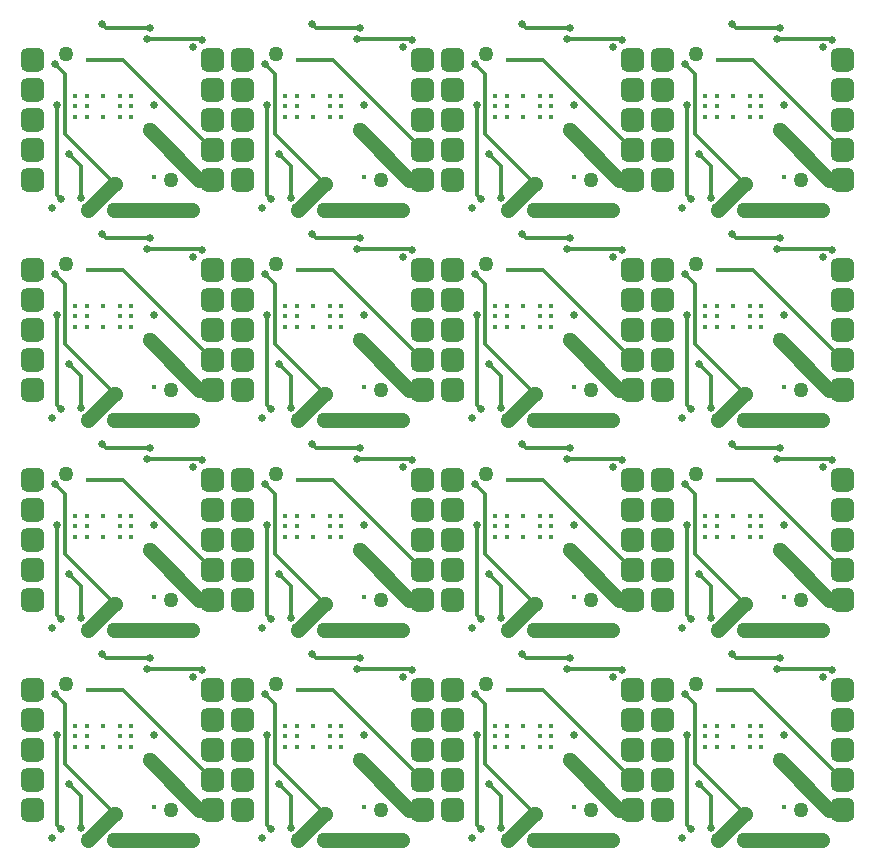
<source format=gbr>
%TF.GenerationSoftware,KiCad,Pcbnew,5.1.8*%
%TF.CreationDate,2020-11-29T15:40:31+01:00*%
%TF.ProjectId,panel,70616e65-6c2e-46b6-9963-61645f706362,rev?*%
%TF.SameCoordinates,Original*%
%TF.FileFunction,Copper,L2,Inr*%
%TF.FilePolarity,Positive*%
%FSLAX46Y46*%
G04 Gerber Fmt 4.6, Leading zero omitted, Abs format (unit mm)*
G04 Created by KiCad (PCBNEW 5.1.8) date 2020-11-29 15:40:31*
%MOMM*%
%LPD*%
G01*
G04 APERTURE LIST*
%TA.AperFunction,ViaPad*%
%ADD10C,1.270000*%
%TD*%
%TA.AperFunction,ViaPad*%
%ADD11C,0.635000*%
%TD*%
%TA.AperFunction,ViaPad*%
%ADD12C,0.450000*%
%TD*%
%TA.AperFunction,Conductor*%
%ADD13C,1.270000*%
%TD*%
%TA.AperFunction,Conductor*%
%ADD14C,0.317500*%
%TD*%
G04 APERTURE END LIST*
%TO.N,Board_16-/-BATT_RAW*%
%TO.C,TP1*%
%TA.AperFunction,ComponentPad*%
G36*
G01*
X103610016Y-107650016D02*
X103610016Y-106650016D01*
G75*
G02*
X104110016Y-106150016I500000J0D01*
G01*
X105110016Y-106150016D01*
G75*
G02*
X105610016Y-106650016I0J-500000D01*
G01*
X105610016Y-107650016D01*
G75*
G02*
X105110016Y-108150016I-500000J0D01*
G01*
X104110016Y-108150016D01*
G75*
G02*
X103610016Y-107650016I0J500000D01*
G01*
G37*
%TD.AperFunction*%
%TD*%
%TO.N,Board_16-/+BATT*%
%TO.C,TP2*%
%TA.AperFunction,ComponentPad*%
G36*
G01*
X103610016Y-110190016D02*
X103610016Y-109190016D01*
G75*
G02*
X104110016Y-108690016I500000J0D01*
G01*
X105110016Y-108690016D01*
G75*
G02*
X105610016Y-109190016I0J-500000D01*
G01*
X105610016Y-110190016D01*
G75*
G02*
X105110016Y-110690016I-500000J0D01*
G01*
X104110016Y-110690016D01*
G75*
G02*
X103610016Y-110190016I0J500000D01*
G01*
G37*
%TD.AperFunction*%
%TD*%
%TO.N,Board_16-GND*%
%TO.C,TP3*%
%TA.AperFunction,ComponentPad*%
G36*
G01*
X103610016Y-115270016D02*
X103610016Y-114270016D01*
G75*
G02*
X104110016Y-113770016I500000J0D01*
G01*
X105110016Y-113770016D01*
G75*
G02*
X105610016Y-114270016I0J-500000D01*
G01*
X105610016Y-115270016D01*
G75*
G02*
X105110016Y-115770016I-500000J0D01*
G01*
X104110016Y-115770016D01*
G75*
G02*
X103610016Y-115270016I0J500000D01*
G01*
G37*
%TD.AperFunction*%
%TD*%
%TO.N,Board_16-/+CHARGE*%
%TO.C,TP4*%
%TA.AperFunction,ComponentPad*%
G36*
G01*
X103610016Y-117810016D02*
X103610016Y-116810016D01*
G75*
G02*
X104110016Y-116310016I500000J0D01*
G01*
X105110016Y-116310016D01*
G75*
G02*
X105610016Y-116810016I0J-500000D01*
G01*
X105610016Y-117810016D01*
G75*
G02*
X105110016Y-118310016I-500000J0D01*
G01*
X104110016Y-118310016D01*
G75*
G02*
X103610016Y-117810016I0J500000D01*
G01*
G37*
%TD.AperFunction*%
%TD*%
%TO.N,Board_16-/3v3_EN*%
%TO.C,TP5*%
%TA.AperFunction,ComponentPad*%
G36*
G01*
X103610016Y-112730016D02*
X103610016Y-111730016D01*
G75*
G02*
X104110016Y-111230016I500000J0D01*
G01*
X105110016Y-111230016D01*
G75*
G02*
X105610016Y-111730016I0J-500000D01*
G01*
X105610016Y-112730016D01*
G75*
G02*
X105110016Y-113230016I-500000J0D01*
G01*
X104110016Y-113230016D01*
G75*
G02*
X103610016Y-112730016I0J500000D01*
G01*
G37*
%TD.AperFunction*%
%TD*%
%TO.N,Board_16-/VMAX*%
%TO.C,TP6*%
%TA.AperFunction,ComponentPad*%
G36*
G01*
X118850016Y-117810016D02*
X118850016Y-116810016D01*
G75*
G02*
X119350016Y-116310016I500000J0D01*
G01*
X120350016Y-116310016D01*
G75*
G02*
X120850016Y-116810016I0J-500000D01*
G01*
X120850016Y-117810016D01*
G75*
G02*
X120350016Y-118310016I-500000J0D01*
G01*
X119350016Y-118310016D01*
G75*
G02*
X118850016Y-117810016I0J500000D01*
G01*
G37*
%TD.AperFunction*%
%TD*%
%TO.N,Board_16-/+BATT*%
%TO.C,TP7*%
%TA.AperFunction,ComponentPad*%
G36*
G01*
X118850016Y-110190016D02*
X118850016Y-109190016D01*
G75*
G02*
X119350016Y-108690016I500000J0D01*
G01*
X120350016Y-108690016D01*
G75*
G02*
X120850016Y-109190016I0J-500000D01*
G01*
X120850016Y-110190016D01*
G75*
G02*
X120350016Y-110690016I-500000J0D01*
G01*
X119350016Y-110690016D01*
G75*
G02*
X118850016Y-110190016I0J500000D01*
G01*
G37*
%TD.AperFunction*%
%TD*%
%TO.N,Board_16-/+3v3*%
%TO.C,TP8*%
%TA.AperFunction,ComponentPad*%
G36*
G01*
X118850016Y-112730016D02*
X118850016Y-111730016D01*
G75*
G02*
X119350016Y-111230016I500000J0D01*
G01*
X120350016Y-111230016D01*
G75*
G02*
X120850016Y-111730016I0J-500000D01*
G01*
X120850016Y-112730016D01*
G75*
G02*
X120350016Y-113230016I-500000J0D01*
G01*
X119350016Y-113230016D01*
G75*
G02*
X118850016Y-112730016I0J500000D01*
G01*
G37*
%TD.AperFunction*%
%TD*%
%TO.N,Board_16-/STAT*%
%TO.C,TP9*%
%TA.AperFunction,ComponentPad*%
G36*
G01*
X118850016Y-115270016D02*
X118850016Y-114270016D01*
G75*
G02*
X119350016Y-113770016I500000J0D01*
G01*
X120350016Y-113770016D01*
G75*
G02*
X120850016Y-114270016I0J-500000D01*
G01*
X120850016Y-115270016D01*
G75*
G02*
X120350016Y-115770016I-500000J0D01*
G01*
X119350016Y-115770016D01*
G75*
G02*
X118850016Y-115270016I0J500000D01*
G01*
G37*
%TD.AperFunction*%
%TD*%
%TO.N,Board_16-GND*%
%TO.C,TP10*%
%TA.AperFunction,ComponentPad*%
G36*
G01*
X118850016Y-107650016D02*
X118850016Y-106650016D01*
G75*
G02*
X119350016Y-106150016I500000J0D01*
G01*
X120350016Y-106150016D01*
G75*
G02*
X120850016Y-106650016I0J-500000D01*
G01*
X120850016Y-107650016D01*
G75*
G02*
X120350016Y-108150016I-500000J0D01*
G01*
X119350016Y-108150016D01*
G75*
G02*
X118850016Y-107650016I0J500000D01*
G01*
G37*
%TD.AperFunction*%
%TD*%
%TO.N,Board_15-/-BATT_RAW*%
%TO.C,TP1*%
%TA.AperFunction,ComponentPad*%
G36*
G01*
X85830011Y-107650016D02*
X85830011Y-106650016D01*
G75*
G02*
X86330011Y-106150016I500000J0D01*
G01*
X87330011Y-106150016D01*
G75*
G02*
X87830011Y-106650016I0J-500000D01*
G01*
X87830011Y-107650016D01*
G75*
G02*
X87330011Y-108150016I-500000J0D01*
G01*
X86330011Y-108150016D01*
G75*
G02*
X85830011Y-107650016I0J500000D01*
G01*
G37*
%TD.AperFunction*%
%TD*%
%TO.N,Board_15-/+BATT*%
%TO.C,TP2*%
%TA.AperFunction,ComponentPad*%
G36*
G01*
X85830011Y-110190016D02*
X85830011Y-109190016D01*
G75*
G02*
X86330011Y-108690016I500000J0D01*
G01*
X87330011Y-108690016D01*
G75*
G02*
X87830011Y-109190016I0J-500000D01*
G01*
X87830011Y-110190016D01*
G75*
G02*
X87330011Y-110690016I-500000J0D01*
G01*
X86330011Y-110690016D01*
G75*
G02*
X85830011Y-110190016I0J500000D01*
G01*
G37*
%TD.AperFunction*%
%TD*%
%TO.N,Board_15-GND*%
%TO.C,TP3*%
%TA.AperFunction,ComponentPad*%
G36*
G01*
X85830011Y-115270016D02*
X85830011Y-114270016D01*
G75*
G02*
X86330011Y-113770016I500000J0D01*
G01*
X87330011Y-113770016D01*
G75*
G02*
X87830011Y-114270016I0J-500000D01*
G01*
X87830011Y-115270016D01*
G75*
G02*
X87330011Y-115770016I-500000J0D01*
G01*
X86330011Y-115770016D01*
G75*
G02*
X85830011Y-115270016I0J500000D01*
G01*
G37*
%TD.AperFunction*%
%TD*%
%TO.N,Board_15-/+CHARGE*%
%TO.C,TP4*%
%TA.AperFunction,ComponentPad*%
G36*
G01*
X85830011Y-117810016D02*
X85830011Y-116810016D01*
G75*
G02*
X86330011Y-116310016I500000J0D01*
G01*
X87330011Y-116310016D01*
G75*
G02*
X87830011Y-116810016I0J-500000D01*
G01*
X87830011Y-117810016D01*
G75*
G02*
X87330011Y-118310016I-500000J0D01*
G01*
X86330011Y-118310016D01*
G75*
G02*
X85830011Y-117810016I0J500000D01*
G01*
G37*
%TD.AperFunction*%
%TD*%
%TO.N,Board_15-/3v3_EN*%
%TO.C,TP5*%
%TA.AperFunction,ComponentPad*%
G36*
G01*
X85830011Y-112730016D02*
X85830011Y-111730016D01*
G75*
G02*
X86330011Y-111230016I500000J0D01*
G01*
X87330011Y-111230016D01*
G75*
G02*
X87830011Y-111730016I0J-500000D01*
G01*
X87830011Y-112730016D01*
G75*
G02*
X87330011Y-113230016I-500000J0D01*
G01*
X86330011Y-113230016D01*
G75*
G02*
X85830011Y-112730016I0J500000D01*
G01*
G37*
%TD.AperFunction*%
%TD*%
%TO.N,Board_15-/VMAX*%
%TO.C,TP6*%
%TA.AperFunction,ComponentPad*%
G36*
G01*
X101070011Y-117810016D02*
X101070011Y-116810016D01*
G75*
G02*
X101570011Y-116310016I500000J0D01*
G01*
X102570011Y-116310016D01*
G75*
G02*
X103070011Y-116810016I0J-500000D01*
G01*
X103070011Y-117810016D01*
G75*
G02*
X102570011Y-118310016I-500000J0D01*
G01*
X101570011Y-118310016D01*
G75*
G02*
X101070011Y-117810016I0J500000D01*
G01*
G37*
%TD.AperFunction*%
%TD*%
%TO.N,Board_15-/+BATT*%
%TO.C,TP7*%
%TA.AperFunction,ComponentPad*%
G36*
G01*
X101070011Y-110190016D02*
X101070011Y-109190016D01*
G75*
G02*
X101570011Y-108690016I500000J0D01*
G01*
X102570011Y-108690016D01*
G75*
G02*
X103070011Y-109190016I0J-500000D01*
G01*
X103070011Y-110190016D01*
G75*
G02*
X102570011Y-110690016I-500000J0D01*
G01*
X101570011Y-110690016D01*
G75*
G02*
X101070011Y-110190016I0J500000D01*
G01*
G37*
%TD.AperFunction*%
%TD*%
%TO.N,Board_15-/+3v3*%
%TO.C,TP8*%
%TA.AperFunction,ComponentPad*%
G36*
G01*
X101070011Y-112730016D02*
X101070011Y-111730016D01*
G75*
G02*
X101570011Y-111230016I500000J0D01*
G01*
X102570011Y-111230016D01*
G75*
G02*
X103070011Y-111730016I0J-500000D01*
G01*
X103070011Y-112730016D01*
G75*
G02*
X102570011Y-113230016I-500000J0D01*
G01*
X101570011Y-113230016D01*
G75*
G02*
X101070011Y-112730016I0J500000D01*
G01*
G37*
%TD.AperFunction*%
%TD*%
%TO.N,Board_15-/STAT*%
%TO.C,TP9*%
%TA.AperFunction,ComponentPad*%
G36*
G01*
X101070011Y-115270016D02*
X101070011Y-114270016D01*
G75*
G02*
X101570011Y-113770016I500000J0D01*
G01*
X102570011Y-113770016D01*
G75*
G02*
X103070011Y-114270016I0J-500000D01*
G01*
X103070011Y-115270016D01*
G75*
G02*
X102570011Y-115770016I-500000J0D01*
G01*
X101570011Y-115770016D01*
G75*
G02*
X101070011Y-115270016I0J500000D01*
G01*
G37*
%TD.AperFunction*%
%TD*%
%TO.N,Board_15-GND*%
%TO.C,TP10*%
%TA.AperFunction,ComponentPad*%
G36*
G01*
X101070011Y-107650016D02*
X101070011Y-106650016D01*
G75*
G02*
X101570011Y-106150016I500000J0D01*
G01*
X102570011Y-106150016D01*
G75*
G02*
X103070011Y-106650016I0J-500000D01*
G01*
X103070011Y-107650016D01*
G75*
G02*
X102570011Y-108150016I-500000J0D01*
G01*
X101570011Y-108150016D01*
G75*
G02*
X101070011Y-107650016I0J500000D01*
G01*
G37*
%TD.AperFunction*%
%TD*%
%TO.N,Board_14-/-BATT_RAW*%
%TO.C,TP1*%
%TA.AperFunction,ComponentPad*%
G36*
G01*
X68050006Y-107650016D02*
X68050006Y-106650016D01*
G75*
G02*
X68550006Y-106150016I500000J0D01*
G01*
X69550006Y-106150016D01*
G75*
G02*
X70050006Y-106650016I0J-500000D01*
G01*
X70050006Y-107650016D01*
G75*
G02*
X69550006Y-108150016I-500000J0D01*
G01*
X68550006Y-108150016D01*
G75*
G02*
X68050006Y-107650016I0J500000D01*
G01*
G37*
%TD.AperFunction*%
%TD*%
%TO.N,Board_14-/+BATT*%
%TO.C,TP2*%
%TA.AperFunction,ComponentPad*%
G36*
G01*
X68050006Y-110190016D02*
X68050006Y-109190016D01*
G75*
G02*
X68550006Y-108690016I500000J0D01*
G01*
X69550006Y-108690016D01*
G75*
G02*
X70050006Y-109190016I0J-500000D01*
G01*
X70050006Y-110190016D01*
G75*
G02*
X69550006Y-110690016I-500000J0D01*
G01*
X68550006Y-110690016D01*
G75*
G02*
X68050006Y-110190016I0J500000D01*
G01*
G37*
%TD.AperFunction*%
%TD*%
%TO.N,Board_14-GND*%
%TO.C,TP3*%
%TA.AperFunction,ComponentPad*%
G36*
G01*
X68050006Y-115270016D02*
X68050006Y-114270016D01*
G75*
G02*
X68550006Y-113770016I500000J0D01*
G01*
X69550006Y-113770016D01*
G75*
G02*
X70050006Y-114270016I0J-500000D01*
G01*
X70050006Y-115270016D01*
G75*
G02*
X69550006Y-115770016I-500000J0D01*
G01*
X68550006Y-115770016D01*
G75*
G02*
X68050006Y-115270016I0J500000D01*
G01*
G37*
%TD.AperFunction*%
%TD*%
%TO.N,Board_14-/+CHARGE*%
%TO.C,TP4*%
%TA.AperFunction,ComponentPad*%
G36*
G01*
X68050006Y-117810016D02*
X68050006Y-116810016D01*
G75*
G02*
X68550006Y-116310016I500000J0D01*
G01*
X69550006Y-116310016D01*
G75*
G02*
X70050006Y-116810016I0J-500000D01*
G01*
X70050006Y-117810016D01*
G75*
G02*
X69550006Y-118310016I-500000J0D01*
G01*
X68550006Y-118310016D01*
G75*
G02*
X68050006Y-117810016I0J500000D01*
G01*
G37*
%TD.AperFunction*%
%TD*%
%TO.N,Board_14-/3v3_EN*%
%TO.C,TP5*%
%TA.AperFunction,ComponentPad*%
G36*
G01*
X68050006Y-112730016D02*
X68050006Y-111730016D01*
G75*
G02*
X68550006Y-111230016I500000J0D01*
G01*
X69550006Y-111230016D01*
G75*
G02*
X70050006Y-111730016I0J-500000D01*
G01*
X70050006Y-112730016D01*
G75*
G02*
X69550006Y-113230016I-500000J0D01*
G01*
X68550006Y-113230016D01*
G75*
G02*
X68050006Y-112730016I0J500000D01*
G01*
G37*
%TD.AperFunction*%
%TD*%
%TO.N,Board_14-/VMAX*%
%TO.C,TP6*%
%TA.AperFunction,ComponentPad*%
G36*
G01*
X83290006Y-117810016D02*
X83290006Y-116810016D01*
G75*
G02*
X83790006Y-116310016I500000J0D01*
G01*
X84790006Y-116310016D01*
G75*
G02*
X85290006Y-116810016I0J-500000D01*
G01*
X85290006Y-117810016D01*
G75*
G02*
X84790006Y-118310016I-500000J0D01*
G01*
X83790006Y-118310016D01*
G75*
G02*
X83290006Y-117810016I0J500000D01*
G01*
G37*
%TD.AperFunction*%
%TD*%
%TO.N,Board_14-/+BATT*%
%TO.C,TP7*%
%TA.AperFunction,ComponentPad*%
G36*
G01*
X83290006Y-110190016D02*
X83290006Y-109190016D01*
G75*
G02*
X83790006Y-108690016I500000J0D01*
G01*
X84790006Y-108690016D01*
G75*
G02*
X85290006Y-109190016I0J-500000D01*
G01*
X85290006Y-110190016D01*
G75*
G02*
X84790006Y-110690016I-500000J0D01*
G01*
X83790006Y-110690016D01*
G75*
G02*
X83290006Y-110190016I0J500000D01*
G01*
G37*
%TD.AperFunction*%
%TD*%
%TO.N,Board_14-/+3v3*%
%TO.C,TP8*%
%TA.AperFunction,ComponentPad*%
G36*
G01*
X83290006Y-112730016D02*
X83290006Y-111730016D01*
G75*
G02*
X83790006Y-111230016I500000J0D01*
G01*
X84790006Y-111230016D01*
G75*
G02*
X85290006Y-111730016I0J-500000D01*
G01*
X85290006Y-112730016D01*
G75*
G02*
X84790006Y-113230016I-500000J0D01*
G01*
X83790006Y-113230016D01*
G75*
G02*
X83290006Y-112730016I0J500000D01*
G01*
G37*
%TD.AperFunction*%
%TD*%
%TO.N,Board_14-/STAT*%
%TO.C,TP9*%
%TA.AperFunction,ComponentPad*%
G36*
G01*
X83290006Y-115270016D02*
X83290006Y-114270016D01*
G75*
G02*
X83790006Y-113770016I500000J0D01*
G01*
X84790006Y-113770016D01*
G75*
G02*
X85290006Y-114270016I0J-500000D01*
G01*
X85290006Y-115270016D01*
G75*
G02*
X84790006Y-115770016I-500000J0D01*
G01*
X83790006Y-115770016D01*
G75*
G02*
X83290006Y-115270016I0J500000D01*
G01*
G37*
%TD.AperFunction*%
%TD*%
%TO.N,Board_14-GND*%
%TO.C,TP10*%
%TA.AperFunction,ComponentPad*%
G36*
G01*
X83290006Y-107650016D02*
X83290006Y-106650016D01*
G75*
G02*
X83790006Y-106150016I500000J0D01*
G01*
X84790006Y-106150016D01*
G75*
G02*
X85290006Y-106650016I0J-500000D01*
G01*
X85290006Y-107650016D01*
G75*
G02*
X84790006Y-108150016I-500000J0D01*
G01*
X83790006Y-108150016D01*
G75*
G02*
X83290006Y-107650016I0J500000D01*
G01*
G37*
%TD.AperFunction*%
%TD*%
%TO.N,Board_13-/-BATT_RAW*%
%TO.C,TP1*%
%TA.AperFunction,ComponentPad*%
G36*
G01*
X50270001Y-107650016D02*
X50270001Y-106650016D01*
G75*
G02*
X50770001Y-106150016I500000J0D01*
G01*
X51770001Y-106150016D01*
G75*
G02*
X52270001Y-106650016I0J-500000D01*
G01*
X52270001Y-107650016D01*
G75*
G02*
X51770001Y-108150016I-500000J0D01*
G01*
X50770001Y-108150016D01*
G75*
G02*
X50270001Y-107650016I0J500000D01*
G01*
G37*
%TD.AperFunction*%
%TD*%
%TO.N,Board_13-/+BATT*%
%TO.C,TP2*%
%TA.AperFunction,ComponentPad*%
G36*
G01*
X50270001Y-110190016D02*
X50270001Y-109190016D01*
G75*
G02*
X50770001Y-108690016I500000J0D01*
G01*
X51770001Y-108690016D01*
G75*
G02*
X52270001Y-109190016I0J-500000D01*
G01*
X52270001Y-110190016D01*
G75*
G02*
X51770001Y-110690016I-500000J0D01*
G01*
X50770001Y-110690016D01*
G75*
G02*
X50270001Y-110190016I0J500000D01*
G01*
G37*
%TD.AperFunction*%
%TD*%
%TO.N,Board_13-GND*%
%TO.C,TP3*%
%TA.AperFunction,ComponentPad*%
G36*
G01*
X50270001Y-115270016D02*
X50270001Y-114270016D01*
G75*
G02*
X50770001Y-113770016I500000J0D01*
G01*
X51770001Y-113770016D01*
G75*
G02*
X52270001Y-114270016I0J-500000D01*
G01*
X52270001Y-115270016D01*
G75*
G02*
X51770001Y-115770016I-500000J0D01*
G01*
X50770001Y-115770016D01*
G75*
G02*
X50270001Y-115270016I0J500000D01*
G01*
G37*
%TD.AperFunction*%
%TD*%
%TO.N,Board_13-/+CHARGE*%
%TO.C,TP4*%
%TA.AperFunction,ComponentPad*%
G36*
G01*
X50270001Y-117810016D02*
X50270001Y-116810016D01*
G75*
G02*
X50770001Y-116310016I500000J0D01*
G01*
X51770001Y-116310016D01*
G75*
G02*
X52270001Y-116810016I0J-500000D01*
G01*
X52270001Y-117810016D01*
G75*
G02*
X51770001Y-118310016I-500000J0D01*
G01*
X50770001Y-118310016D01*
G75*
G02*
X50270001Y-117810016I0J500000D01*
G01*
G37*
%TD.AperFunction*%
%TD*%
%TO.N,Board_13-/3v3_EN*%
%TO.C,TP5*%
%TA.AperFunction,ComponentPad*%
G36*
G01*
X50270001Y-112730016D02*
X50270001Y-111730016D01*
G75*
G02*
X50770001Y-111230016I500000J0D01*
G01*
X51770001Y-111230016D01*
G75*
G02*
X52270001Y-111730016I0J-500000D01*
G01*
X52270001Y-112730016D01*
G75*
G02*
X51770001Y-113230016I-500000J0D01*
G01*
X50770001Y-113230016D01*
G75*
G02*
X50270001Y-112730016I0J500000D01*
G01*
G37*
%TD.AperFunction*%
%TD*%
%TO.N,Board_13-/VMAX*%
%TO.C,TP6*%
%TA.AperFunction,ComponentPad*%
G36*
G01*
X65510001Y-117810016D02*
X65510001Y-116810016D01*
G75*
G02*
X66010001Y-116310016I500000J0D01*
G01*
X67010001Y-116310016D01*
G75*
G02*
X67510001Y-116810016I0J-500000D01*
G01*
X67510001Y-117810016D01*
G75*
G02*
X67010001Y-118310016I-500000J0D01*
G01*
X66010001Y-118310016D01*
G75*
G02*
X65510001Y-117810016I0J500000D01*
G01*
G37*
%TD.AperFunction*%
%TD*%
%TO.N,Board_13-/+BATT*%
%TO.C,TP7*%
%TA.AperFunction,ComponentPad*%
G36*
G01*
X65510001Y-110190016D02*
X65510001Y-109190016D01*
G75*
G02*
X66010001Y-108690016I500000J0D01*
G01*
X67010001Y-108690016D01*
G75*
G02*
X67510001Y-109190016I0J-500000D01*
G01*
X67510001Y-110190016D01*
G75*
G02*
X67010001Y-110690016I-500000J0D01*
G01*
X66010001Y-110690016D01*
G75*
G02*
X65510001Y-110190016I0J500000D01*
G01*
G37*
%TD.AperFunction*%
%TD*%
%TO.N,Board_13-/+3v3*%
%TO.C,TP8*%
%TA.AperFunction,ComponentPad*%
G36*
G01*
X65510001Y-112730016D02*
X65510001Y-111730016D01*
G75*
G02*
X66010001Y-111230016I500000J0D01*
G01*
X67010001Y-111230016D01*
G75*
G02*
X67510001Y-111730016I0J-500000D01*
G01*
X67510001Y-112730016D01*
G75*
G02*
X67010001Y-113230016I-500000J0D01*
G01*
X66010001Y-113230016D01*
G75*
G02*
X65510001Y-112730016I0J500000D01*
G01*
G37*
%TD.AperFunction*%
%TD*%
%TO.N,Board_13-/STAT*%
%TO.C,TP9*%
%TA.AperFunction,ComponentPad*%
G36*
G01*
X65510001Y-115270016D02*
X65510001Y-114270016D01*
G75*
G02*
X66010001Y-113770016I500000J0D01*
G01*
X67010001Y-113770016D01*
G75*
G02*
X67510001Y-114270016I0J-500000D01*
G01*
X67510001Y-115270016D01*
G75*
G02*
X67010001Y-115770016I-500000J0D01*
G01*
X66010001Y-115770016D01*
G75*
G02*
X65510001Y-115270016I0J500000D01*
G01*
G37*
%TD.AperFunction*%
%TD*%
%TO.N,Board_13-GND*%
%TO.C,TP10*%
%TA.AperFunction,ComponentPad*%
G36*
G01*
X65510001Y-107650016D02*
X65510001Y-106650016D01*
G75*
G02*
X66010001Y-106150016I500000J0D01*
G01*
X67010001Y-106150016D01*
G75*
G02*
X67510001Y-106650016I0J-500000D01*
G01*
X67510001Y-107650016D01*
G75*
G02*
X67010001Y-108150016I-500000J0D01*
G01*
X66010001Y-108150016D01*
G75*
G02*
X65510001Y-107650016I0J500000D01*
G01*
G37*
%TD.AperFunction*%
%TD*%
%TO.N,Board_12-/-BATT_RAW*%
%TO.C,TP1*%
%TA.AperFunction,ComponentPad*%
G36*
G01*
X103610016Y-89870011D02*
X103610016Y-88870011D01*
G75*
G02*
X104110016Y-88370011I500000J0D01*
G01*
X105110016Y-88370011D01*
G75*
G02*
X105610016Y-88870011I0J-500000D01*
G01*
X105610016Y-89870011D01*
G75*
G02*
X105110016Y-90370011I-500000J0D01*
G01*
X104110016Y-90370011D01*
G75*
G02*
X103610016Y-89870011I0J500000D01*
G01*
G37*
%TD.AperFunction*%
%TD*%
%TO.N,Board_12-/+BATT*%
%TO.C,TP2*%
%TA.AperFunction,ComponentPad*%
G36*
G01*
X103610016Y-92410011D02*
X103610016Y-91410011D01*
G75*
G02*
X104110016Y-90910011I500000J0D01*
G01*
X105110016Y-90910011D01*
G75*
G02*
X105610016Y-91410011I0J-500000D01*
G01*
X105610016Y-92410011D01*
G75*
G02*
X105110016Y-92910011I-500000J0D01*
G01*
X104110016Y-92910011D01*
G75*
G02*
X103610016Y-92410011I0J500000D01*
G01*
G37*
%TD.AperFunction*%
%TD*%
%TO.N,Board_12-GND*%
%TO.C,TP3*%
%TA.AperFunction,ComponentPad*%
G36*
G01*
X103610016Y-97490011D02*
X103610016Y-96490011D01*
G75*
G02*
X104110016Y-95990011I500000J0D01*
G01*
X105110016Y-95990011D01*
G75*
G02*
X105610016Y-96490011I0J-500000D01*
G01*
X105610016Y-97490011D01*
G75*
G02*
X105110016Y-97990011I-500000J0D01*
G01*
X104110016Y-97990011D01*
G75*
G02*
X103610016Y-97490011I0J500000D01*
G01*
G37*
%TD.AperFunction*%
%TD*%
%TO.N,Board_12-/+CHARGE*%
%TO.C,TP4*%
%TA.AperFunction,ComponentPad*%
G36*
G01*
X103610016Y-100030011D02*
X103610016Y-99030011D01*
G75*
G02*
X104110016Y-98530011I500000J0D01*
G01*
X105110016Y-98530011D01*
G75*
G02*
X105610016Y-99030011I0J-500000D01*
G01*
X105610016Y-100030011D01*
G75*
G02*
X105110016Y-100530011I-500000J0D01*
G01*
X104110016Y-100530011D01*
G75*
G02*
X103610016Y-100030011I0J500000D01*
G01*
G37*
%TD.AperFunction*%
%TD*%
%TO.N,Board_12-/3v3_EN*%
%TO.C,TP5*%
%TA.AperFunction,ComponentPad*%
G36*
G01*
X103610016Y-94950011D02*
X103610016Y-93950011D01*
G75*
G02*
X104110016Y-93450011I500000J0D01*
G01*
X105110016Y-93450011D01*
G75*
G02*
X105610016Y-93950011I0J-500000D01*
G01*
X105610016Y-94950011D01*
G75*
G02*
X105110016Y-95450011I-500000J0D01*
G01*
X104110016Y-95450011D01*
G75*
G02*
X103610016Y-94950011I0J500000D01*
G01*
G37*
%TD.AperFunction*%
%TD*%
%TO.N,Board_12-/VMAX*%
%TO.C,TP6*%
%TA.AperFunction,ComponentPad*%
G36*
G01*
X118850016Y-100030011D02*
X118850016Y-99030011D01*
G75*
G02*
X119350016Y-98530011I500000J0D01*
G01*
X120350016Y-98530011D01*
G75*
G02*
X120850016Y-99030011I0J-500000D01*
G01*
X120850016Y-100030011D01*
G75*
G02*
X120350016Y-100530011I-500000J0D01*
G01*
X119350016Y-100530011D01*
G75*
G02*
X118850016Y-100030011I0J500000D01*
G01*
G37*
%TD.AperFunction*%
%TD*%
%TO.N,Board_12-/+BATT*%
%TO.C,TP7*%
%TA.AperFunction,ComponentPad*%
G36*
G01*
X118850016Y-92410011D02*
X118850016Y-91410011D01*
G75*
G02*
X119350016Y-90910011I500000J0D01*
G01*
X120350016Y-90910011D01*
G75*
G02*
X120850016Y-91410011I0J-500000D01*
G01*
X120850016Y-92410011D01*
G75*
G02*
X120350016Y-92910011I-500000J0D01*
G01*
X119350016Y-92910011D01*
G75*
G02*
X118850016Y-92410011I0J500000D01*
G01*
G37*
%TD.AperFunction*%
%TD*%
%TO.N,Board_12-/+3v3*%
%TO.C,TP8*%
%TA.AperFunction,ComponentPad*%
G36*
G01*
X118850016Y-94950011D02*
X118850016Y-93950011D01*
G75*
G02*
X119350016Y-93450011I500000J0D01*
G01*
X120350016Y-93450011D01*
G75*
G02*
X120850016Y-93950011I0J-500000D01*
G01*
X120850016Y-94950011D01*
G75*
G02*
X120350016Y-95450011I-500000J0D01*
G01*
X119350016Y-95450011D01*
G75*
G02*
X118850016Y-94950011I0J500000D01*
G01*
G37*
%TD.AperFunction*%
%TD*%
%TO.N,Board_12-/STAT*%
%TO.C,TP9*%
%TA.AperFunction,ComponentPad*%
G36*
G01*
X118850016Y-97490011D02*
X118850016Y-96490011D01*
G75*
G02*
X119350016Y-95990011I500000J0D01*
G01*
X120350016Y-95990011D01*
G75*
G02*
X120850016Y-96490011I0J-500000D01*
G01*
X120850016Y-97490011D01*
G75*
G02*
X120350016Y-97990011I-500000J0D01*
G01*
X119350016Y-97990011D01*
G75*
G02*
X118850016Y-97490011I0J500000D01*
G01*
G37*
%TD.AperFunction*%
%TD*%
%TO.N,Board_12-GND*%
%TO.C,TP10*%
%TA.AperFunction,ComponentPad*%
G36*
G01*
X118850016Y-89870011D02*
X118850016Y-88870011D01*
G75*
G02*
X119350016Y-88370011I500000J0D01*
G01*
X120350016Y-88370011D01*
G75*
G02*
X120850016Y-88870011I0J-500000D01*
G01*
X120850016Y-89870011D01*
G75*
G02*
X120350016Y-90370011I-500000J0D01*
G01*
X119350016Y-90370011D01*
G75*
G02*
X118850016Y-89870011I0J500000D01*
G01*
G37*
%TD.AperFunction*%
%TD*%
%TO.N,Board_11-/-BATT_RAW*%
%TO.C,TP1*%
%TA.AperFunction,ComponentPad*%
G36*
G01*
X85830011Y-89870011D02*
X85830011Y-88870011D01*
G75*
G02*
X86330011Y-88370011I500000J0D01*
G01*
X87330011Y-88370011D01*
G75*
G02*
X87830011Y-88870011I0J-500000D01*
G01*
X87830011Y-89870011D01*
G75*
G02*
X87330011Y-90370011I-500000J0D01*
G01*
X86330011Y-90370011D01*
G75*
G02*
X85830011Y-89870011I0J500000D01*
G01*
G37*
%TD.AperFunction*%
%TD*%
%TO.N,Board_11-/+BATT*%
%TO.C,TP2*%
%TA.AperFunction,ComponentPad*%
G36*
G01*
X85830011Y-92410011D02*
X85830011Y-91410011D01*
G75*
G02*
X86330011Y-90910011I500000J0D01*
G01*
X87330011Y-90910011D01*
G75*
G02*
X87830011Y-91410011I0J-500000D01*
G01*
X87830011Y-92410011D01*
G75*
G02*
X87330011Y-92910011I-500000J0D01*
G01*
X86330011Y-92910011D01*
G75*
G02*
X85830011Y-92410011I0J500000D01*
G01*
G37*
%TD.AperFunction*%
%TD*%
%TO.N,Board_11-GND*%
%TO.C,TP3*%
%TA.AperFunction,ComponentPad*%
G36*
G01*
X85830011Y-97490011D02*
X85830011Y-96490011D01*
G75*
G02*
X86330011Y-95990011I500000J0D01*
G01*
X87330011Y-95990011D01*
G75*
G02*
X87830011Y-96490011I0J-500000D01*
G01*
X87830011Y-97490011D01*
G75*
G02*
X87330011Y-97990011I-500000J0D01*
G01*
X86330011Y-97990011D01*
G75*
G02*
X85830011Y-97490011I0J500000D01*
G01*
G37*
%TD.AperFunction*%
%TD*%
%TO.N,Board_11-/+CHARGE*%
%TO.C,TP4*%
%TA.AperFunction,ComponentPad*%
G36*
G01*
X85830011Y-100030011D02*
X85830011Y-99030011D01*
G75*
G02*
X86330011Y-98530011I500000J0D01*
G01*
X87330011Y-98530011D01*
G75*
G02*
X87830011Y-99030011I0J-500000D01*
G01*
X87830011Y-100030011D01*
G75*
G02*
X87330011Y-100530011I-500000J0D01*
G01*
X86330011Y-100530011D01*
G75*
G02*
X85830011Y-100030011I0J500000D01*
G01*
G37*
%TD.AperFunction*%
%TD*%
%TO.N,Board_11-/3v3_EN*%
%TO.C,TP5*%
%TA.AperFunction,ComponentPad*%
G36*
G01*
X85830011Y-94950011D02*
X85830011Y-93950011D01*
G75*
G02*
X86330011Y-93450011I500000J0D01*
G01*
X87330011Y-93450011D01*
G75*
G02*
X87830011Y-93950011I0J-500000D01*
G01*
X87830011Y-94950011D01*
G75*
G02*
X87330011Y-95450011I-500000J0D01*
G01*
X86330011Y-95450011D01*
G75*
G02*
X85830011Y-94950011I0J500000D01*
G01*
G37*
%TD.AperFunction*%
%TD*%
%TO.N,Board_11-/VMAX*%
%TO.C,TP6*%
%TA.AperFunction,ComponentPad*%
G36*
G01*
X101070011Y-100030011D02*
X101070011Y-99030011D01*
G75*
G02*
X101570011Y-98530011I500000J0D01*
G01*
X102570011Y-98530011D01*
G75*
G02*
X103070011Y-99030011I0J-500000D01*
G01*
X103070011Y-100030011D01*
G75*
G02*
X102570011Y-100530011I-500000J0D01*
G01*
X101570011Y-100530011D01*
G75*
G02*
X101070011Y-100030011I0J500000D01*
G01*
G37*
%TD.AperFunction*%
%TD*%
%TO.N,Board_11-/+BATT*%
%TO.C,TP7*%
%TA.AperFunction,ComponentPad*%
G36*
G01*
X101070011Y-92410011D02*
X101070011Y-91410011D01*
G75*
G02*
X101570011Y-90910011I500000J0D01*
G01*
X102570011Y-90910011D01*
G75*
G02*
X103070011Y-91410011I0J-500000D01*
G01*
X103070011Y-92410011D01*
G75*
G02*
X102570011Y-92910011I-500000J0D01*
G01*
X101570011Y-92910011D01*
G75*
G02*
X101070011Y-92410011I0J500000D01*
G01*
G37*
%TD.AperFunction*%
%TD*%
%TO.N,Board_11-/+3v3*%
%TO.C,TP8*%
%TA.AperFunction,ComponentPad*%
G36*
G01*
X101070011Y-94950011D02*
X101070011Y-93950011D01*
G75*
G02*
X101570011Y-93450011I500000J0D01*
G01*
X102570011Y-93450011D01*
G75*
G02*
X103070011Y-93950011I0J-500000D01*
G01*
X103070011Y-94950011D01*
G75*
G02*
X102570011Y-95450011I-500000J0D01*
G01*
X101570011Y-95450011D01*
G75*
G02*
X101070011Y-94950011I0J500000D01*
G01*
G37*
%TD.AperFunction*%
%TD*%
%TO.N,Board_11-/STAT*%
%TO.C,TP9*%
%TA.AperFunction,ComponentPad*%
G36*
G01*
X101070011Y-97490011D02*
X101070011Y-96490011D01*
G75*
G02*
X101570011Y-95990011I500000J0D01*
G01*
X102570011Y-95990011D01*
G75*
G02*
X103070011Y-96490011I0J-500000D01*
G01*
X103070011Y-97490011D01*
G75*
G02*
X102570011Y-97990011I-500000J0D01*
G01*
X101570011Y-97990011D01*
G75*
G02*
X101070011Y-97490011I0J500000D01*
G01*
G37*
%TD.AperFunction*%
%TD*%
%TO.N,Board_11-GND*%
%TO.C,TP10*%
%TA.AperFunction,ComponentPad*%
G36*
G01*
X101070011Y-89870011D02*
X101070011Y-88870011D01*
G75*
G02*
X101570011Y-88370011I500000J0D01*
G01*
X102570011Y-88370011D01*
G75*
G02*
X103070011Y-88870011I0J-500000D01*
G01*
X103070011Y-89870011D01*
G75*
G02*
X102570011Y-90370011I-500000J0D01*
G01*
X101570011Y-90370011D01*
G75*
G02*
X101070011Y-89870011I0J500000D01*
G01*
G37*
%TD.AperFunction*%
%TD*%
%TO.N,Board_10-/-BATT_RAW*%
%TO.C,TP1*%
%TA.AperFunction,ComponentPad*%
G36*
G01*
X68050006Y-89870011D02*
X68050006Y-88870011D01*
G75*
G02*
X68550006Y-88370011I500000J0D01*
G01*
X69550006Y-88370011D01*
G75*
G02*
X70050006Y-88870011I0J-500000D01*
G01*
X70050006Y-89870011D01*
G75*
G02*
X69550006Y-90370011I-500000J0D01*
G01*
X68550006Y-90370011D01*
G75*
G02*
X68050006Y-89870011I0J500000D01*
G01*
G37*
%TD.AperFunction*%
%TD*%
%TO.N,Board_10-/+BATT*%
%TO.C,TP2*%
%TA.AperFunction,ComponentPad*%
G36*
G01*
X68050006Y-92410011D02*
X68050006Y-91410011D01*
G75*
G02*
X68550006Y-90910011I500000J0D01*
G01*
X69550006Y-90910011D01*
G75*
G02*
X70050006Y-91410011I0J-500000D01*
G01*
X70050006Y-92410011D01*
G75*
G02*
X69550006Y-92910011I-500000J0D01*
G01*
X68550006Y-92910011D01*
G75*
G02*
X68050006Y-92410011I0J500000D01*
G01*
G37*
%TD.AperFunction*%
%TD*%
%TO.N,Board_10-GND*%
%TO.C,TP3*%
%TA.AperFunction,ComponentPad*%
G36*
G01*
X68050006Y-97490011D02*
X68050006Y-96490011D01*
G75*
G02*
X68550006Y-95990011I500000J0D01*
G01*
X69550006Y-95990011D01*
G75*
G02*
X70050006Y-96490011I0J-500000D01*
G01*
X70050006Y-97490011D01*
G75*
G02*
X69550006Y-97990011I-500000J0D01*
G01*
X68550006Y-97990011D01*
G75*
G02*
X68050006Y-97490011I0J500000D01*
G01*
G37*
%TD.AperFunction*%
%TD*%
%TO.N,Board_10-/+CHARGE*%
%TO.C,TP4*%
%TA.AperFunction,ComponentPad*%
G36*
G01*
X68050006Y-100030011D02*
X68050006Y-99030011D01*
G75*
G02*
X68550006Y-98530011I500000J0D01*
G01*
X69550006Y-98530011D01*
G75*
G02*
X70050006Y-99030011I0J-500000D01*
G01*
X70050006Y-100030011D01*
G75*
G02*
X69550006Y-100530011I-500000J0D01*
G01*
X68550006Y-100530011D01*
G75*
G02*
X68050006Y-100030011I0J500000D01*
G01*
G37*
%TD.AperFunction*%
%TD*%
%TO.N,Board_10-/3v3_EN*%
%TO.C,TP5*%
%TA.AperFunction,ComponentPad*%
G36*
G01*
X68050006Y-94950011D02*
X68050006Y-93950011D01*
G75*
G02*
X68550006Y-93450011I500000J0D01*
G01*
X69550006Y-93450011D01*
G75*
G02*
X70050006Y-93950011I0J-500000D01*
G01*
X70050006Y-94950011D01*
G75*
G02*
X69550006Y-95450011I-500000J0D01*
G01*
X68550006Y-95450011D01*
G75*
G02*
X68050006Y-94950011I0J500000D01*
G01*
G37*
%TD.AperFunction*%
%TD*%
%TO.N,Board_10-/VMAX*%
%TO.C,TP6*%
%TA.AperFunction,ComponentPad*%
G36*
G01*
X83290006Y-100030011D02*
X83290006Y-99030011D01*
G75*
G02*
X83790006Y-98530011I500000J0D01*
G01*
X84790006Y-98530011D01*
G75*
G02*
X85290006Y-99030011I0J-500000D01*
G01*
X85290006Y-100030011D01*
G75*
G02*
X84790006Y-100530011I-500000J0D01*
G01*
X83790006Y-100530011D01*
G75*
G02*
X83290006Y-100030011I0J500000D01*
G01*
G37*
%TD.AperFunction*%
%TD*%
%TO.N,Board_10-/+BATT*%
%TO.C,TP7*%
%TA.AperFunction,ComponentPad*%
G36*
G01*
X83290006Y-92410011D02*
X83290006Y-91410011D01*
G75*
G02*
X83790006Y-90910011I500000J0D01*
G01*
X84790006Y-90910011D01*
G75*
G02*
X85290006Y-91410011I0J-500000D01*
G01*
X85290006Y-92410011D01*
G75*
G02*
X84790006Y-92910011I-500000J0D01*
G01*
X83790006Y-92910011D01*
G75*
G02*
X83290006Y-92410011I0J500000D01*
G01*
G37*
%TD.AperFunction*%
%TD*%
%TO.N,Board_10-/+3v3*%
%TO.C,TP8*%
%TA.AperFunction,ComponentPad*%
G36*
G01*
X83290006Y-94950011D02*
X83290006Y-93950011D01*
G75*
G02*
X83790006Y-93450011I500000J0D01*
G01*
X84790006Y-93450011D01*
G75*
G02*
X85290006Y-93950011I0J-500000D01*
G01*
X85290006Y-94950011D01*
G75*
G02*
X84790006Y-95450011I-500000J0D01*
G01*
X83790006Y-95450011D01*
G75*
G02*
X83290006Y-94950011I0J500000D01*
G01*
G37*
%TD.AperFunction*%
%TD*%
%TO.N,Board_10-/STAT*%
%TO.C,TP9*%
%TA.AperFunction,ComponentPad*%
G36*
G01*
X83290006Y-97490011D02*
X83290006Y-96490011D01*
G75*
G02*
X83790006Y-95990011I500000J0D01*
G01*
X84790006Y-95990011D01*
G75*
G02*
X85290006Y-96490011I0J-500000D01*
G01*
X85290006Y-97490011D01*
G75*
G02*
X84790006Y-97990011I-500000J0D01*
G01*
X83790006Y-97990011D01*
G75*
G02*
X83290006Y-97490011I0J500000D01*
G01*
G37*
%TD.AperFunction*%
%TD*%
%TO.N,Board_10-GND*%
%TO.C,TP10*%
%TA.AperFunction,ComponentPad*%
G36*
G01*
X83290006Y-89870011D02*
X83290006Y-88870011D01*
G75*
G02*
X83790006Y-88370011I500000J0D01*
G01*
X84790006Y-88370011D01*
G75*
G02*
X85290006Y-88870011I0J-500000D01*
G01*
X85290006Y-89870011D01*
G75*
G02*
X84790006Y-90370011I-500000J0D01*
G01*
X83790006Y-90370011D01*
G75*
G02*
X83290006Y-89870011I0J500000D01*
G01*
G37*
%TD.AperFunction*%
%TD*%
%TO.N,Board_9-/-BATT_RAW*%
%TO.C,TP1*%
%TA.AperFunction,ComponentPad*%
G36*
G01*
X50270001Y-89870011D02*
X50270001Y-88870011D01*
G75*
G02*
X50770001Y-88370011I500000J0D01*
G01*
X51770001Y-88370011D01*
G75*
G02*
X52270001Y-88870011I0J-500000D01*
G01*
X52270001Y-89870011D01*
G75*
G02*
X51770001Y-90370011I-500000J0D01*
G01*
X50770001Y-90370011D01*
G75*
G02*
X50270001Y-89870011I0J500000D01*
G01*
G37*
%TD.AperFunction*%
%TD*%
%TO.N,Board_9-/+BATT*%
%TO.C,TP2*%
%TA.AperFunction,ComponentPad*%
G36*
G01*
X50270001Y-92410011D02*
X50270001Y-91410011D01*
G75*
G02*
X50770001Y-90910011I500000J0D01*
G01*
X51770001Y-90910011D01*
G75*
G02*
X52270001Y-91410011I0J-500000D01*
G01*
X52270001Y-92410011D01*
G75*
G02*
X51770001Y-92910011I-500000J0D01*
G01*
X50770001Y-92910011D01*
G75*
G02*
X50270001Y-92410011I0J500000D01*
G01*
G37*
%TD.AperFunction*%
%TD*%
%TO.N,Board_9-GND*%
%TO.C,TP3*%
%TA.AperFunction,ComponentPad*%
G36*
G01*
X50270001Y-97490011D02*
X50270001Y-96490011D01*
G75*
G02*
X50770001Y-95990011I500000J0D01*
G01*
X51770001Y-95990011D01*
G75*
G02*
X52270001Y-96490011I0J-500000D01*
G01*
X52270001Y-97490011D01*
G75*
G02*
X51770001Y-97990011I-500000J0D01*
G01*
X50770001Y-97990011D01*
G75*
G02*
X50270001Y-97490011I0J500000D01*
G01*
G37*
%TD.AperFunction*%
%TD*%
%TO.N,Board_9-/+CHARGE*%
%TO.C,TP4*%
%TA.AperFunction,ComponentPad*%
G36*
G01*
X50270001Y-100030011D02*
X50270001Y-99030011D01*
G75*
G02*
X50770001Y-98530011I500000J0D01*
G01*
X51770001Y-98530011D01*
G75*
G02*
X52270001Y-99030011I0J-500000D01*
G01*
X52270001Y-100030011D01*
G75*
G02*
X51770001Y-100530011I-500000J0D01*
G01*
X50770001Y-100530011D01*
G75*
G02*
X50270001Y-100030011I0J500000D01*
G01*
G37*
%TD.AperFunction*%
%TD*%
%TO.N,Board_9-/3v3_EN*%
%TO.C,TP5*%
%TA.AperFunction,ComponentPad*%
G36*
G01*
X50270001Y-94950011D02*
X50270001Y-93950011D01*
G75*
G02*
X50770001Y-93450011I500000J0D01*
G01*
X51770001Y-93450011D01*
G75*
G02*
X52270001Y-93950011I0J-500000D01*
G01*
X52270001Y-94950011D01*
G75*
G02*
X51770001Y-95450011I-500000J0D01*
G01*
X50770001Y-95450011D01*
G75*
G02*
X50270001Y-94950011I0J500000D01*
G01*
G37*
%TD.AperFunction*%
%TD*%
%TO.N,Board_9-/VMAX*%
%TO.C,TP6*%
%TA.AperFunction,ComponentPad*%
G36*
G01*
X65510001Y-100030011D02*
X65510001Y-99030011D01*
G75*
G02*
X66010001Y-98530011I500000J0D01*
G01*
X67010001Y-98530011D01*
G75*
G02*
X67510001Y-99030011I0J-500000D01*
G01*
X67510001Y-100030011D01*
G75*
G02*
X67010001Y-100530011I-500000J0D01*
G01*
X66010001Y-100530011D01*
G75*
G02*
X65510001Y-100030011I0J500000D01*
G01*
G37*
%TD.AperFunction*%
%TD*%
%TO.N,Board_9-/+BATT*%
%TO.C,TP7*%
%TA.AperFunction,ComponentPad*%
G36*
G01*
X65510001Y-92410011D02*
X65510001Y-91410011D01*
G75*
G02*
X66010001Y-90910011I500000J0D01*
G01*
X67010001Y-90910011D01*
G75*
G02*
X67510001Y-91410011I0J-500000D01*
G01*
X67510001Y-92410011D01*
G75*
G02*
X67010001Y-92910011I-500000J0D01*
G01*
X66010001Y-92910011D01*
G75*
G02*
X65510001Y-92410011I0J500000D01*
G01*
G37*
%TD.AperFunction*%
%TD*%
%TO.N,Board_9-/+3v3*%
%TO.C,TP8*%
%TA.AperFunction,ComponentPad*%
G36*
G01*
X65510001Y-94950011D02*
X65510001Y-93950011D01*
G75*
G02*
X66010001Y-93450011I500000J0D01*
G01*
X67010001Y-93450011D01*
G75*
G02*
X67510001Y-93950011I0J-500000D01*
G01*
X67510001Y-94950011D01*
G75*
G02*
X67010001Y-95450011I-500000J0D01*
G01*
X66010001Y-95450011D01*
G75*
G02*
X65510001Y-94950011I0J500000D01*
G01*
G37*
%TD.AperFunction*%
%TD*%
%TO.N,Board_9-/STAT*%
%TO.C,TP9*%
%TA.AperFunction,ComponentPad*%
G36*
G01*
X65510001Y-97490011D02*
X65510001Y-96490011D01*
G75*
G02*
X66010001Y-95990011I500000J0D01*
G01*
X67010001Y-95990011D01*
G75*
G02*
X67510001Y-96490011I0J-500000D01*
G01*
X67510001Y-97490011D01*
G75*
G02*
X67010001Y-97990011I-500000J0D01*
G01*
X66010001Y-97990011D01*
G75*
G02*
X65510001Y-97490011I0J500000D01*
G01*
G37*
%TD.AperFunction*%
%TD*%
%TO.N,Board_9-GND*%
%TO.C,TP10*%
%TA.AperFunction,ComponentPad*%
G36*
G01*
X65510001Y-89870011D02*
X65510001Y-88870011D01*
G75*
G02*
X66010001Y-88370011I500000J0D01*
G01*
X67010001Y-88370011D01*
G75*
G02*
X67510001Y-88870011I0J-500000D01*
G01*
X67510001Y-89870011D01*
G75*
G02*
X67010001Y-90370011I-500000J0D01*
G01*
X66010001Y-90370011D01*
G75*
G02*
X65510001Y-89870011I0J500000D01*
G01*
G37*
%TD.AperFunction*%
%TD*%
%TO.N,Board_8-/-BATT_RAW*%
%TO.C,TP1*%
%TA.AperFunction,ComponentPad*%
G36*
G01*
X103610016Y-72090006D02*
X103610016Y-71090006D01*
G75*
G02*
X104110016Y-70590006I500000J0D01*
G01*
X105110016Y-70590006D01*
G75*
G02*
X105610016Y-71090006I0J-500000D01*
G01*
X105610016Y-72090006D01*
G75*
G02*
X105110016Y-72590006I-500000J0D01*
G01*
X104110016Y-72590006D01*
G75*
G02*
X103610016Y-72090006I0J500000D01*
G01*
G37*
%TD.AperFunction*%
%TD*%
%TO.N,Board_8-/+BATT*%
%TO.C,TP2*%
%TA.AperFunction,ComponentPad*%
G36*
G01*
X103610016Y-74630006D02*
X103610016Y-73630006D01*
G75*
G02*
X104110016Y-73130006I500000J0D01*
G01*
X105110016Y-73130006D01*
G75*
G02*
X105610016Y-73630006I0J-500000D01*
G01*
X105610016Y-74630006D01*
G75*
G02*
X105110016Y-75130006I-500000J0D01*
G01*
X104110016Y-75130006D01*
G75*
G02*
X103610016Y-74630006I0J500000D01*
G01*
G37*
%TD.AperFunction*%
%TD*%
%TO.N,Board_8-GND*%
%TO.C,TP3*%
%TA.AperFunction,ComponentPad*%
G36*
G01*
X103610016Y-79710006D02*
X103610016Y-78710006D01*
G75*
G02*
X104110016Y-78210006I500000J0D01*
G01*
X105110016Y-78210006D01*
G75*
G02*
X105610016Y-78710006I0J-500000D01*
G01*
X105610016Y-79710006D01*
G75*
G02*
X105110016Y-80210006I-500000J0D01*
G01*
X104110016Y-80210006D01*
G75*
G02*
X103610016Y-79710006I0J500000D01*
G01*
G37*
%TD.AperFunction*%
%TD*%
%TO.N,Board_8-/+CHARGE*%
%TO.C,TP4*%
%TA.AperFunction,ComponentPad*%
G36*
G01*
X103610016Y-82250006D02*
X103610016Y-81250006D01*
G75*
G02*
X104110016Y-80750006I500000J0D01*
G01*
X105110016Y-80750006D01*
G75*
G02*
X105610016Y-81250006I0J-500000D01*
G01*
X105610016Y-82250006D01*
G75*
G02*
X105110016Y-82750006I-500000J0D01*
G01*
X104110016Y-82750006D01*
G75*
G02*
X103610016Y-82250006I0J500000D01*
G01*
G37*
%TD.AperFunction*%
%TD*%
%TO.N,Board_8-/3v3_EN*%
%TO.C,TP5*%
%TA.AperFunction,ComponentPad*%
G36*
G01*
X103610016Y-77170006D02*
X103610016Y-76170006D01*
G75*
G02*
X104110016Y-75670006I500000J0D01*
G01*
X105110016Y-75670006D01*
G75*
G02*
X105610016Y-76170006I0J-500000D01*
G01*
X105610016Y-77170006D01*
G75*
G02*
X105110016Y-77670006I-500000J0D01*
G01*
X104110016Y-77670006D01*
G75*
G02*
X103610016Y-77170006I0J500000D01*
G01*
G37*
%TD.AperFunction*%
%TD*%
%TO.N,Board_8-/VMAX*%
%TO.C,TP6*%
%TA.AperFunction,ComponentPad*%
G36*
G01*
X118850016Y-82250006D02*
X118850016Y-81250006D01*
G75*
G02*
X119350016Y-80750006I500000J0D01*
G01*
X120350016Y-80750006D01*
G75*
G02*
X120850016Y-81250006I0J-500000D01*
G01*
X120850016Y-82250006D01*
G75*
G02*
X120350016Y-82750006I-500000J0D01*
G01*
X119350016Y-82750006D01*
G75*
G02*
X118850016Y-82250006I0J500000D01*
G01*
G37*
%TD.AperFunction*%
%TD*%
%TO.N,Board_8-/+BATT*%
%TO.C,TP7*%
%TA.AperFunction,ComponentPad*%
G36*
G01*
X118850016Y-74630006D02*
X118850016Y-73630006D01*
G75*
G02*
X119350016Y-73130006I500000J0D01*
G01*
X120350016Y-73130006D01*
G75*
G02*
X120850016Y-73630006I0J-500000D01*
G01*
X120850016Y-74630006D01*
G75*
G02*
X120350016Y-75130006I-500000J0D01*
G01*
X119350016Y-75130006D01*
G75*
G02*
X118850016Y-74630006I0J500000D01*
G01*
G37*
%TD.AperFunction*%
%TD*%
%TO.N,Board_8-/+3v3*%
%TO.C,TP8*%
%TA.AperFunction,ComponentPad*%
G36*
G01*
X118850016Y-77170006D02*
X118850016Y-76170006D01*
G75*
G02*
X119350016Y-75670006I500000J0D01*
G01*
X120350016Y-75670006D01*
G75*
G02*
X120850016Y-76170006I0J-500000D01*
G01*
X120850016Y-77170006D01*
G75*
G02*
X120350016Y-77670006I-500000J0D01*
G01*
X119350016Y-77670006D01*
G75*
G02*
X118850016Y-77170006I0J500000D01*
G01*
G37*
%TD.AperFunction*%
%TD*%
%TO.N,Board_8-/STAT*%
%TO.C,TP9*%
%TA.AperFunction,ComponentPad*%
G36*
G01*
X118850016Y-79710006D02*
X118850016Y-78710006D01*
G75*
G02*
X119350016Y-78210006I500000J0D01*
G01*
X120350016Y-78210006D01*
G75*
G02*
X120850016Y-78710006I0J-500000D01*
G01*
X120850016Y-79710006D01*
G75*
G02*
X120350016Y-80210006I-500000J0D01*
G01*
X119350016Y-80210006D01*
G75*
G02*
X118850016Y-79710006I0J500000D01*
G01*
G37*
%TD.AperFunction*%
%TD*%
%TO.N,Board_8-GND*%
%TO.C,TP10*%
%TA.AperFunction,ComponentPad*%
G36*
G01*
X118850016Y-72090006D02*
X118850016Y-71090006D01*
G75*
G02*
X119350016Y-70590006I500000J0D01*
G01*
X120350016Y-70590006D01*
G75*
G02*
X120850016Y-71090006I0J-500000D01*
G01*
X120850016Y-72090006D01*
G75*
G02*
X120350016Y-72590006I-500000J0D01*
G01*
X119350016Y-72590006D01*
G75*
G02*
X118850016Y-72090006I0J500000D01*
G01*
G37*
%TD.AperFunction*%
%TD*%
%TO.N,Board_7-/-BATT_RAW*%
%TO.C,TP1*%
%TA.AperFunction,ComponentPad*%
G36*
G01*
X85830011Y-72090006D02*
X85830011Y-71090006D01*
G75*
G02*
X86330011Y-70590006I500000J0D01*
G01*
X87330011Y-70590006D01*
G75*
G02*
X87830011Y-71090006I0J-500000D01*
G01*
X87830011Y-72090006D01*
G75*
G02*
X87330011Y-72590006I-500000J0D01*
G01*
X86330011Y-72590006D01*
G75*
G02*
X85830011Y-72090006I0J500000D01*
G01*
G37*
%TD.AperFunction*%
%TD*%
%TO.N,Board_7-/+BATT*%
%TO.C,TP2*%
%TA.AperFunction,ComponentPad*%
G36*
G01*
X85830011Y-74630006D02*
X85830011Y-73630006D01*
G75*
G02*
X86330011Y-73130006I500000J0D01*
G01*
X87330011Y-73130006D01*
G75*
G02*
X87830011Y-73630006I0J-500000D01*
G01*
X87830011Y-74630006D01*
G75*
G02*
X87330011Y-75130006I-500000J0D01*
G01*
X86330011Y-75130006D01*
G75*
G02*
X85830011Y-74630006I0J500000D01*
G01*
G37*
%TD.AperFunction*%
%TD*%
%TO.N,Board_7-GND*%
%TO.C,TP3*%
%TA.AperFunction,ComponentPad*%
G36*
G01*
X85830011Y-79710006D02*
X85830011Y-78710006D01*
G75*
G02*
X86330011Y-78210006I500000J0D01*
G01*
X87330011Y-78210006D01*
G75*
G02*
X87830011Y-78710006I0J-500000D01*
G01*
X87830011Y-79710006D01*
G75*
G02*
X87330011Y-80210006I-500000J0D01*
G01*
X86330011Y-80210006D01*
G75*
G02*
X85830011Y-79710006I0J500000D01*
G01*
G37*
%TD.AperFunction*%
%TD*%
%TO.N,Board_7-/+CHARGE*%
%TO.C,TP4*%
%TA.AperFunction,ComponentPad*%
G36*
G01*
X85830011Y-82250006D02*
X85830011Y-81250006D01*
G75*
G02*
X86330011Y-80750006I500000J0D01*
G01*
X87330011Y-80750006D01*
G75*
G02*
X87830011Y-81250006I0J-500000D01*
G01*
X87830011Y-82250006D01*
G75*
G02*
X87330011Y-82750006I-500000J0D01*
G01*
X86330011Y-82750006D01*
G75*
G02*
X85830011Y-82250006I0J500000D01*
G01*
G37*
%TD.AperFunction*%
%TD*%
%TO.N,Board_7-/3v3_EN*%
%TO.C,TP5*%
%TA.AperFunction,ComponentPad*%
G36*
G01*
X85830011Y-77170006D02*
X85830011Y-76170006D01*
G75*
G02*
X86330011Y-75670006I500000J0D01*
G01*
X87330011Y-75670006D01*
G75*
G02*
X87830011Y-76170006I0J-500000D01*
G01*
X87830011Y-77170006D01*
G75*
G02*
X87330011Y-77670006I-500000J0D01*
G01*
X86330011Y-77670006D01*
G75*
G02*
X85830011Y-77170006I0J500000D01*
G01*
G37*
%TD.AperFunction*%
%TD*%
%TO.N,Board_7-/VMAX*%
%TO.C,TP6*%
%TA.AperFunction,ComponentPad*%
G36*
G01*
X101070011Y-82250006D02*
X101070011Y-81250006D01*
G75*
G02*
X101570011Y-80750006I500000J0D01*
G01*
X102570011Y-80750006D01*
G75*
G02*
X103070011Y-81250006I0J-500000D01*
G01*
X103070011Y-82250006D01*
G75*
G02*
X102570011Y-82750006I-500000J0D01*
G01*
X101570011Y-82750006D01*
G75*
G02*
X101070011Y-82250006I0J500000D01*
G01*
G37*
%TD.AperFunction*%
%TD*%
%TO.N,Board_7-/+BATT*%
%TO.C,TP7*%
%TA.AperFunction,ComponentPad*%
G36*
G01*
X101070011Y-74630006D02*
X101070011Y-73630006D01*
G75*
G02*
X101570011Y-73130006I500000J0D01*
G01*
X102570011Y-73130006D01*
G75*
G02*
X103070011Y-73630006I0J-500000D01*
G01*
X103070011Y-74630006D01*
G75*
G02*
X102570011Y-75130006I-500000J0D01*
G01*
X101570011Y-75130006D01*
G75*
G02*
X101070011Y-74630006I0J500000D01*
G01*
G37*
%TD.AperFunction*%
%TD*%
%TO.N,Board_7-/+3v3*%
%TO.C,TP8*%
%TA.AperFunction,ComponentPad*%
G36*
G01*
X101070011Y-77170006D02*
X101070011Y-76170006D01*
G75*
G02*
X101570011Y-75670006I500000J0D01*
G01*
X102570011Y-75670006D01*
G75*
G02*
X103070011Y-76170006I0J-500000D01*
G01*
X103070011Y-77170006D01*
G75*
G02*
X102570011Y-77670006I-500000J0D01*
G01*
X101570011Y-77670006D01*
G75*
G02*
X101070011Y-77170006I0J500000D01*
G01*
G37*
%TD.AperFunction*%
%TD*%
%TO.N,Board_7-/STAT*%
%TO.C,TP9*%
%TA.AperFunction,ComponentPad*%
G36*
G01*
X101070011Y-79710006D02*
X101070011Y-78710006D01*
G75*
G02*
X101570011Y-78210006I500000J0D01*
G01*
X102570011Y-78210006D01*
G75*
G02*
X103070011Y-78710006I0J-500000D01*
G01*
X103070011Y-79710006D01*
G75*
G02*
X102570011Y-80210006I-500000J0D01*
G01*
X101570011Y-80210006D01*
G75*
G02*
X101070011Y-79710006I0J500000D01*
G01*
G37*
%TD.AperFunction*%
%TD*%
%TO.N,Board_7-GND*%
%TO.C,TP10*%
%TA.AperFunction,ComponentPad*%
G36*
G01*
X101070011Y-72090006D02*
X101070011Y-71090006D01*
G75*
G02*
X101570011Y-70590006I500000J0D01*
G01*
X102570011Y-70590006D01*
G75*
G02*
X103070011Y-71090006I0J-500000D01*
G01*
X103070011Y-72090006D01*
G75*
G02*
X102570011Y-72590006I-500000J0D01*
G01*
X101570011Y-72590006D01*
G75*
G02*
X101070011Y-72090006I0J500000D01*
G01*
G37*
%TD.AperFunction*%
%TD*%
%TO.N,Board_6-/-BATT_RAW*%
%TO.C,TP1*%
%TA.AperFunction,ComponentPad*%
G36*
G01*
X68050006Y-72090006D02*
X68050006Y-71090006D01*
G75*
G02*
X68550006Y-70590006I500000J0D01*
G01*
X69550006Y-70590006D01*
G75*
G02*
X70050006Y-71090006I0J-500000D01*
G01*
X70050006Y-72090006D01*
G75*
G02*
X69550006Y-72590006I-500000J0D01*
G01*
X68550006Y-72590006D01*
G75*
G02*
X68050006Y-72090006I0J500000D01*
G01*
G37*
%TD.AperFunction*%
%TD*%
%TO.N,Board_6-/+BATT*%
%TO.C,TP2*%
%TA.AperFunction,ComponentPad*%
G36*
G01*
X68050006Y-74630006D02*
X68050006Y-73630006D01*
G75*
G02*
X68550006Y-73130006I500000J0D01*
G01*
X69550006Y-73130006D01*
G75*
G02*
X70050006Y-73630006I0J-500000D01*
G01*
X70050006Y-74630006D01*
G75*
G02*
X69550006Y-75130006I-500000J0D01*
G01*
X68550006Y-75130006D01*
G75*
G02*
X68050006Y-74630006I0J500000D01*
G01*
G37*
%TD.AperFunction*%
%TD*%
%TO.N,Board_6-GND*%
%TO.C,TP3*%
%TA.AperFunction,ComponentPad*%
G36*
G01*
X68050006Y-79710006D02*
X68050006Y-78710006D01*
G75*
G02*
X68550006Y-78210006I500000J0D01*
G01*
X69550006Y-78210006D01*
G75*
G02*
X70050006Y-78710006I0J-500000D01*
G01*
X70050006Y-79710006D01*
G75*
G02*
X69550006Y-80210006I-500000J0D01*
G01*
X68550006Y-80210006D01*
G75*
G02*
X68050006Y-79710006I0J500000D01*
G01*
G37*
%TD.AperFunction*%
%TD*%
%TO.N,Board_6-/+CHARGE*%
%TO.C,TP4*%
%TA.AperFunction,ComponentPad*%
G36*
G01*
X68050006Y-82250006D02*
X68050006Y-81250006D01*
G75*
G02*
X68550006Y-80750006I500000J0D01*
G01*
X69550006Y-80750006D01*
G75*
G02*
X70050006Y-81250006I0J-500000D01*
G01*
X70050006Y-82250006D01*
G75*
G02*
X69550006Y-82750006I-500000J0D01*
G01*
X68550006Y-82750006D01*
G75*
G02*
X68050006Y-82250006I0J500000D01*
G01*
G37*
%TD.AperFunction*%
%TD*%
%TO.N,Board_6-/3v3_EN*%
%TO.C,TP5*%
%TA.AperFunction,ComponentPad*%
G36*
G01*
X68050006Y-77170006D02*
X68050006Y-76170006D01*
G75*
G02*
X68550006Y-75670006I500000J0D01*
G01*
X69550006Y-75670006D01*
G75*
G02*
X70050006Y-76170006I0J-500000D01*
G01*
X70050006Y-77170006D01*
G75*
G02*
X69550006Y-77670006I-500000J0D01*
G01*
X68550006Y-77670006D01*
G75*
G02*
X68050006Y-77170006I0J500000D01*
G01*
G37*
%TD.AperFunction*%
%TD*%
%TO.N,Board_6-/VMAX*%
%TO.C,TP6*%
%TA.AperFunction,ComponentPad*%
G36*
G01*
X83290006Y-82250006D02*
X83290006Y-81250006D01*
G75*
G02*
X83790006Y-80750006I500000J0D01*
G01*
X84790006Y-80750006D01*
G75*
G02*
X85290006Y-81250006I0J-500000D01*
G01*
X85290006Y-82250006D01*
G75*
G02*
X84790006Y-82750006I-500000J0D01*
G01*
X83790006Y-82750006D01*
G75*
G02*
X83290006Y-82250006I0J500000D01*
G01*
G37*
%TD.AperFunction*%
%TD*%
%TO.N,Board_6-/+BATT*%
%TO.C,TP7*%
%TA.AperFunction,ComponentPad*%
G36*
G01*
X83290006Y-74630006D02*
X83290006Y-73630006D01*
G75*
G02*
X83790006Y-73130006I500000J0D01*
G01*
X84790006Y-73130006D01*
G75*
G02*
X85290006Y-73630006I0J-500000D01*
G01*
X85290006Y-74630006D01*
G75*
G02*
X84790006Y-75130006I-500000J0D01*
G01*
X83790006Y-75130006D01*
G75*
G02*
X83290006Y-74630006I0J500000D01*
G01*
G37*
%TD.AperFunction*%
%TD*%
%TO.N,Board_6-/+3v3*%
%TO.C,TP8*%
%TA.AperFunction,ComponentPad*%
G36*
G01*
X83290006Y-77170006D02*
X83290006Y-76170006D01*
G75*
G02*
X83790006Y-75670006I500000J0D01*
G01*
X84790006Y-75670006D01*
G75*
G02*
X85290006Y-76170006I0J-500000D01*
G01*
X85290006Y-77170006D01*
G75*
G02*
X84790006Y-77670006I-500000J0D01*
G01*
X83790006Y-77670006D01*
G75*
G02*
X83290006Y-77170006I0J500000D01*
G01*
G37*
%TD.AperFunction*%
%TD*%
%TO.N,Board_6-/STAT*%
%TO.C,TP9*%
%TA.AperFunction,ComponentPad*%
G36*
G01*
X83290006Y-79710006D02*
X83290006Y-78710006D01*
G75*
G02*
X83790006Y-78210006I500000J0D01*
G01*
X84790006Y-78210006D01*
G75*
G02*
X85290006Y-78710006I0J-500000D01*
G01*
X85290006Y-79710006D01*
G75*
G02*
X84790006Y-80210006I-500000J0D01*
G01*
X83790006Y-80210006D01*
G75*
G02*
X83290006Y-79710006I0J500000D01*
G01*
G37*
%TD.AperFunction*%
%TD*%
%TO.N,Board_6-GND*%
%TO.C,TP10*%
%TA.AperFunction,ComponentPad*%
G36*
G01*
X83290006Y-72090006D02*
X83290006Y-71090006D01*
G75*
G02*
X83790006Y-70590006I500000J0D01*
G01*
X84790006Y-70590006D01*
G75*
G02*
X85290006Y-71090006I0J-500000D01*
G01*
X85290006Y-72090006D01*
G75*
G02*
X84790006Y-72590006I-500000J0D01*
G01*
X83790006Y-72590006D01*
G75*
G02*
X83290006Y-72090006I0J500000D01*
G01*
G37*
%TD.AperFunction*%
%TD*%
%TO.N,Board_5-/-BATT_RAW*%
%TO.C,TP1*%
%TA.AperFunction,ComponentPad*%
G36*
G01*
X50270001Y-72090006D02*
X50270001Y-71090006D01*
G75*
G02*
X50770001Y-70590006I500000J0D01*
G01*
X51770001Y-70590006D01*
G75*
G02*
X52270001Y-71090006I0J-500000D01*
G01*
X52270001Y-72090006D01*
G75*
G02*
X51770001Y-72590006I-500000J0D01*
G01*
X50770001Y-72590006D01*
G75*
G02*
X50270001Y-72090006I0J500000D01*
G01*
G37*
%TD.AperFunction*%
%TD*%
%TO.N,Board_5-/+BATT*%
%TO.C,TP2*%
%TA.AperFunction,ComponentPad*%
G36*
G01*
X50270001Y-74630006D02*
X50270001Y-73630006D01*
G75*
G02*
X50770001Y-73130006I500000J0D01*
G01*
X51770001Y-73130006D01*
G75*
G02*
X52270001Y-73630006I0J-500000D01*
G01*
X52270001Y-74630006D01*
G75*
G02*
X51770001Y-75130006I-500000J0D01*
G01*
X50770001Y-75130006D01*
G75*
G02*
X50270001Y-74630006I0J500000D01*
G01*
G37*
%TD.AperFunction*%
%TD*%
%TO.N,Board_5-GND*%
%TO.C,TP3*%
%TA.AperFunction,ComponentPad*%
G36*
G01*
X50270001Y-79710006D02*
X50270001Y-78710006D01*
G75*
G02*
X50770001Y-78210006I500000J0D01*
G01*
X51770001Y-78210006D01*
G75*
G02*
X52270001Y-78710006I0J-500000D01*
G01*
X52270001Y-79710006D01*
G75*
G02*
X51770001Y-80210006I-500000J0D01*
G01*
X50770001Y-80210006D01*
G75*
G02*
X50270001Y-79710006I0J500000D01*
G01*
G37*
%TD.AperFunction*%
%TD*%
%TO.N,Board_5-/+CHARGE*%
%TO.C,TP4*%
%TA.AperFunction,ComponentPad*%
G36*
G01*
X50270001Y-82250006D02*
X50270001Y-81250006D01*
G75*
G02*
X50770001Y-80750006I500000J0D01*
G01*
X51770001Y-80750006D01*
G75*
G02*
X52270001Y-81250006I0J-500000D01*
G01*
X52270001Y-82250006D01*
G75*
G02*
X51770001Y-82750006I-500000J0D01*
G01*
X50770001Y-82750006D01*
G75*
G02*
X50270001Y-82250006I0J500000D01*
G01*
G37*
%TD.AperFunction*%
%TD*%
%TO.N,Board_5-/3v3_EN*%
%TO.C,TP5*%
%TA.AperFunction,ComponentPad*%
G36*
G01*
X50270001Y-77170006D02*
X50270001Y-76170006D01*
G75*
G02*
X50770001Y-75670006I500000J0D01*
G01*
X51770001Y-75670006D01*
G75*
G02*
X52270001Y-76170006I0J-500000D01*
G01*
X52270001Y-77170006D01*
G75*
G02*
X51770001Y-77670006I-500000J0D01*
G01*
X50770001Y-77670006D01*
G75*
G02*
X50270001Y-77170006I0J500000D01*
G01*
G37*
%TD.AperFunction*%
%TD*%
%TO.N,Board_5-/VMAX*%
%TO.C,TP6*%
%TA.AperFunction,ComponentPad*%
G36*
G01*
X65510001Y-82250006D02*
X65510001Y-81250006D01*
G75*
G02*
X66010001Y-80750006I500000J0D01*
G01*
X67010001Y-80750006D01*
G75*
G02*
X67510001Y-81250006I0J-500000D01*
G01*
X67510001Y-82250006D01*
G75*
G02*
X67010001Y-82750006I-500000J0D01*
G01*
X66010001Y-82750006D01*
G75*
G02*
X65510001Y-82250006I0J500000D01*
G01*
G37*
%TD.AperFunction*%
%TD*%
%TO.N,Board_5-/+BATT*%
%TO.C,TP7*%
%TA.AperFunction,ComponentPad*%
G36*
G01*
X65510001Y-74630006D02*
X65510001Y-73630006D01*
G75*
G02*
X66010001Y-73130006I500000J0D01*
G01*
X67010001Y-73130006D01*
G75*
G02*
X67510001Y-73630006I0J-500000D01*
G01*
X67510001Y-74630006D01*
G75*
G02*
X67010001Y-75130006I-500000J0D01*
G01*
X66010001Y-75130006D01*
G75*
G02*
X65510001Y-74630006I0J500000D01*
G01*
G37*
%TD.AperFunction*%
%TD*%
%TO.N,Board_5-/+3v3*%
%TO.C,TP8*%
%TA.AperFunction,ComponentPad*%
G36*
G01*
X65510001Y-77170006D02*
X65510001Y-76170006D01*
G75*
G02*
X66010001Y-75670006I500000J0D01*
G01*
X67010001Y-75670006D01*
G75*
G02*
X67510001Y-76170006I0J-500000D01*
G01*
X67510001Y-77170006D01*
G75*
G02*
X67010001Y-77670006I-500000J0D01*
G01*
X66010001Y-77670006D01*
G75*
G02*
X65510001Y-77170006I0J500000D01*
G01*
G37*
%TD.AperFunction*%
%TD*%
%TO.N,Board_5-/STAT*%
%TO.C,TP9*%
%TA.AperFunction,ComponentPad*%
G36*
G01*
X65510001Y-79710006D02*
X65510001Y-78710006D01*
G75*
G02*
X66010001Y-78210006I500000J0D01*
G01*
X67010001Y-78210006D01*
G75*
G02*
X67510001Y-78710006I0J-500000D01*
G01*
X67510001Y-79710006D01*
G75*
G02*
X67010001Y-80210006I-500000J0D01*
G01*
X66010001Y-80210006D01*
G75*
G02*
X65510001Y-79710006I0J500000D01*
G01*
G37*
%TD.AperFunction*%
%TD*%
%TO.N,Board_5-GND*%
%TO.C,TP10*%
%TA.AperFunction,ComponentPad*%
G36*
G01*
X65510001Y-72090006D02*
X65510001Y-71090006D01*
G75*
G02*
X66010001Y-70590006I500000J0D01*
G01*
X67010001Y-70590006D01*
G75*
G02*
X67510001Y-71090006I0J-500000D01*
G01*
X67510001Y-72090006D01*
G75*
G02*
X67010001Y-72590006I-500000J0D01*
G01*
X66010001Y-72590006D01*
G75*
G02*
X65510001Y-72090006I0J500000D01*
G01*
G37*
%TD.AperFunction*%
%TD*%
%TO.N,Board_4-/-BATT_RAW*%
%TO.C,TP1*%
%TA.AperFunction,ComponentPad*%
G36*
G01*
X103610016Y-54310001D02*
X103610016Y-53310001D01*
G75*
G02*
X104110016Y-52810001I500000J0D01*
G01*
X105110016Y-52810001D01*
G75*
G02*
X105610016Y-53310001I0J-500000D01*
G01*
X105610016Y-54310001D01*
G75*
G02*
X105110016Y-54810001I-500000J0D01*
G01*
X104110016Y-54810001D01*
G75*
G02*
X103610016Y-54310001I0J500000D01*
G01*
G37*
%TD.AperFunction*%
%TD*%
%TO.N,Board_4-/+BATT*%
%TO.C,TP2*%
%TA.AperFunction,ComponentPad*%
G36*
G01*
X103610016Y-56850001D02*
X103610016Y-55850001D01*
G75*
G02*
X104110016Y-55350001I500000J0D01*
G01*
X105110016Y-55350001D01*
G75*
G02*
X105610016Y-55850001I0J-500000D01*
G01*
X105610016Y-56850001D01*
G75*
G02*
X105110016Y-57350001I-500000J0D01*
G01*
X104110016Y-57350001D01*
G75*
G02*
X103610016Y-56850001I0J500000D01*
G01*
G37*
%TD.AperFunction*%
%TD*%
%TO.N,Board_4-GND*%
%TO.C,TP3*%
%TA.AperFunction,ComponentPad*%
G36*
G01*
X103610016Y-61930001D02*
X103610016Y-60930001D01*
G75*
G02*
X104110016Y-60430001I500000J0D01*
G01*
X105110016Y-60430001D01*
G75*
G02*
X105610016Y-60930001I0J-500000D01*
G01*
X105610016Y-61930001D01*
G75*
G02*
X105110016Y-62430001I-500000J0D01*
G01*
X104110016Y-62430001D01*
G75*
G02*
X103610016Y-61930001I0J500000D01*
G01*
G37*
%TD.AperFunction*%
%TD*%
%TO.N,Board_4-/+CHARGE*%
%TO.C,TP4*%
%TA.AperFunction,ComponentPad*%
G36*
G01*
X103610016Y-64470001D02*
X103610016Y-63470001D01*
G75*
G02*
X104110016Y-62970001I500000J0D01*
G01*
X105110016Y-62970001D01*
G75*
G02*
X105610016Y-63470001I0J-500000D01*
G01*
X105610016Y-64470001D01*
G75*
G02*
X105110016Y-64970001I-500000J0D01*
G01*
X104110016Y-64970001D01*
G75*
G02*
X103610016Y-64470001I0J500000D01*
G01*
G37*
%TD.AperFunction*%
%TD*%
%TO.N,Board_4-/3v3_EN*%
%TO.C,TP5*%
%TA.AperFunction,ComponentPad*%
G36*
G01*
X103610016Y-59390001D02*
X103610016Y-58390001D01*
G75*
G02*
X104110016Y-57890001I500000J0D01*
G01*
X105110016Y-57890001D01*
G75*
G02*
X105610016Y-58390001I0J-500000D01*
G01*
X105610016Y-59390001D01*
G75*
G02*
X105110016Y-59890001I-500000J0D01*
G01*
X104110016Y-59890001D01*
G75*
G02*
X103610016Y-59390001I0J500000D01*
G01*
G37*
%TD.AperFunction*%
%TD*%
%TO.N,Board_4-/VMAX*%
%TO.C,TP6*%
%TA.AperFunction,ComponentPad*%
G36*
G01*
X118850016Y-64470001D02*
X118850016Y-63470001D01*
G75*
G02*
X119350016Y-62970001I500000J0D01*
G01*
X120350016Y-62970001D01*
G75*
G02*
X120850016Y-63470001I0J-500000D01*
G01*
X120850016Y-64470001D01*
G75*
G02*
X120350016Y-64970001I-500000J0D01*
G01*
X119350016Y-64970001D01*
G75*
G02*
X118850016Y-64470001I0J500000D01*
G01*
G37*
%TD.AperFunction*%
%TD*%
%TO.N,Board_4-/+BATT*%
%TO.C,TP7*%
%TA.AperFunction,ComponentPad*%
G36*
G01*
X118850016Y-56850001D02*
X118850016Y-55850001D01*
G75*
G02*
X119350016Y-55350001I500000J0D01*
G01*
X120350016Y-55350001D01*
G75*
G02*
X120850016Y-55850001I0J-500000D01*
G01*
X120850016Y-56850001D01*
G75*
G02*
X120350016Y-57350001I-500000J0D01*
G01*
X119350016Y-57350001D01*
G75*
G02*
X118850016Y-56850001I0J500000D01*
G01*
G37*
%TD.AperFunction*%
%TD*%
%TO.N,Board_4-/+3v3*%
%TO.C,TP8*%
%TA.AperFunction,ComponentPad*%
G36*
G01*
X118850016Y-59390001D02*
X118850016Y-58390001D01*
G75*
G02*
X119350016Y-57890001I500000J0D01*
G01*
X120350016Y-57890001D01*
G75*
G02*
X120850016Y-58390001I0J-500000D01*
G01*
X120850016Y-59390001D01*
G75*
G02*
X120350016Y-59890001I-500000J0D01*
G01*
X119350016Y-59890001D01*
G75*
G02*
X118850016Y-59390001I0J500000D01*
G01*
G37*
%TD.AperFunction*%
%TD*%
%TO.N,Board_4-/STAT*%
%TO.C,TP9*%
%TA.AperFunction,ComponentPad*%
G36*
G01*
X118850016Y-61930001D02*
X118850016Y-60930001D01*
G75*
G02*
X119350016Y-60430001I500000J0D01*
G01*
X120350016Y-60430001D01*
G75*
G02*
X120850016Y-60930001I0J-500000D01*
G01*
X120850016Y-61930001D01*
G75*
G02*
X120350016Y-62430001I-500000J0D01*
G01*
X119350016Y-62430001D01*
G75*
G02*
X118850016Y-61930001I0J500000D01*
G01*
G37*
%TD.AperFunction*%
%TD*%
%TO.N,Board_4-GND*%
%TO.C,TP10*%
%TA.AperFunction,ComponentPad*%
G36*
G01*
X118850016Y-54310001D02*
X118850016Y-53310001D01*
G75*
G02*
X119350016Y-52810001I500000J0D01*
G01*
X120350016Y-52810001D01*
G75*
G02*
X120850016Y-53310001I0J-500000D01*
G01*
X120850016Y-54310001D01*
G75*
G02*
X120350016Y-54810001I-500000J0D01*
G01*
X119350016Y-54810001D01*
G75*
G02*
X118850016Y-54310001I0J500000D01*
G01*
G37*
%TD.AperFunction*%
%TD*%
%TO.N,Board_3-/-BATT_RAW*%
%TO.C,TP1*%
%TA.AperFunction,ComponentPad*%
G36*
G01*
X85830011Y-54310001D02*
X85830011Y-53310001D01*
G75*
G02*
X86330011Y-52810001I500000J0D01*
G01*
X87330011Y-52810001D01*
G75*
G02*
X87830011Y-53310001I0J-500000D01*
G01*
X87830011Y-54310001D01*
G75*
G02*
X87330011Y-54810001I-500000J0D01*
G01*
X86330011Y-54810001D01*
G75*
G02*
X85830011Y-54310001I0J500000D01*
G01*
G37*
%TD.AperFunction*%
%TD*%
%TO.N,Board_3-/+BATT*%
%TO.C,TP2*%
%TA.AperFunction,ComponentPad*%
G36*
G01*
X85830011Y-56850001D02*
X85830011Y-55850001D01*
G75*
G02*
X86330011Y-55350001I500000J0D01*
G01*
X87330011Y-55350001D01*
G75*
G02*
X87830011Y-55850001I0J-500000D01*
G01*
X87830011Y-56850001D01*
G75*
G02*
X87330011Y-57350001I-500000J0D01*
G01*
X86330011Y-57350001D01*
G75*
G02*
X85830011Y-56850001I0J500000D01*
G01*
G37*
%TD.AperFunction*%
%TD*%
%TO.N,Board_3-GND*%
%TO.C,TP3*%
%TA.AperFunction,ComponentPad*%
G36*
G01*
X85830011Y-61930001D02*
X85830011Y-60930001D01*
G75*
G02*
X86330011Y-60430001I500000J0D01*
G01*
X87330011Y-60430001D01*
G75*
G02*
X87830011Y-60930001I0J-500000D01*
G01*
X87830011Y-61930001D01*
G75*
G02*
X87330011Y-62430001I-500000J0D01*
G01*
X86330011Y-62430001D01*
G75*
G02*
X85830011Y-61930001I0J500000D01*
G01*
G37*
%TD.AperFunction*%
%TD*%
%TO.N,Board_3-/+CHARGE*%
%TO.C,TP4*%
%TA.AperFunction,ComponentPad*%
G36*
G01*
X85830011Y-64470001D02*
X85830011Y-63470001D01*
G75*
G02*
X86330011Y-62970001I500000J0D01*
G01*
X87330011Y-62970001D01*
G75*
G02*
X87830011Y-63470001I0J-500000D01*
G01*
X87830011Y-64470001D01*
G75*
G02*
X87330011Y-64970001I-500000J0D01*
G01*
X86330011Y-64970001D01*
G75*
G02*
X85830011Y-64470001I0J500000D01*
G01*
G37*
%TD.AperFunction*%
%TD*%
%TO.N,Board_3-/3v3_EN*%
%TO.C,TP5*%
%TA.AperFunction,ComponentPad*%
G36*
G01*
X85830011Y-59390001D02*
X85830011Y-58390001D01*
G75*
G02*
X86330011Y-57890001I500000J0D01*
G01*
X87330011Y-57890001D01*
G75*
G02*
X87830011Y-58390001I0J-500000D01*
G01*
X87830011Y-59390001D01*
G75*
G02*
X87330011Y-59890001I-500000J0D01*
G01*
X86330011Y-59890001D01*
G75*
G02*
X85830011Y-59390001I0J500000D01*
G01*
G37*
%TD.AperFunction*%
%TD*%
%TO.N,Board_3-/VMAX*%
%TO.C,TP6*%
%TA.AperFunction,ComponentPad*%
G36*
G01*
X101070011Y-64470001D02*
X101070011Y-63470001D01*
G75*
G02*
X101570011Y-62970001I500000J0D01*
G01*
X102570011Y-62970001D01*
G75*
G02*
X103070011Y-63470001I0J-500000D01*
G01*
X103070011Y-64470001D01*
G75*
G02*
X102570011Y-64970001I-500000J0D01*
G01*
X101570011Y-64970001D01*
G75*
G02*
X101070011Y-64470001I0J500000D01*
G01*
G37*
%TD.AperFunction*%
%TD*%
%TO.N,Board_3-/+BATT*%
%TO.C,TP7*%
%TA.AperFunction,ComponentPad*%
G36*
G01*
X101070011Y-56850001D02*
X101070011Y-55850001D01*
G75*
G02*
X101570011Y-55350001I500000J0D01*
G01*
X102570011Y-55350001D01*
G75*
G02*
X103070011Y-55850001I0J-500000D01*
G01*
X103070011Y-56850001D01*
G75*
G02*
X102570011Y-57350001I-500000J0D01*
G01*
X101570011Y-57350001D01*
G75*
G02*
X101070011Y-56850001I0J500000D01*
G01*
G37*
%TD.AperFunction*%
%TD*%
%TO.N,Board_3-/+3v3*%
%TO.C,TP8*%
%TA.AperFunction,ComponentPad*%
G36*
G01*
X101070011Y-59390001D02*
X101070011Y-58390001D01*
G75*
G02*
X101570011Y-57890001I500000J0D01*
G01*
X102570011Y-57890001D01*
G75*
G02*
X103070011Y-58390001I0J-500000D01*
G01*
X103070011Y-59390001D01*
G75*
G02*
X102570011Y-59890001I-500000J0D01*
G01*
X101570011Y-59890001D01*
G75*
G02*
X101070011Y-59390001I0J500000D01*
G01*
G37*
%TD.AperFunction*%
%TD*%
%TO.N,Board_3-/STAT*%
%TO.C,TP9*%
%TA.AperFunction,ComponentPad*%
G36*
G01*
X101070011Y-61930001D02*
X101070011Y-60930001D01*
G75*
G02*
X101570011Y-60430001I500000J0D01*
G01*
X102570011Y-60430001D01*
G75*
G02*
X103070011Y-60930001I0J-500000D01*
G01*
X103070011Y-61930001D01*
G75*
G02*
X102570011Y-62430001I-500000J0D01*
G01*
X101570011Y-62430001D01*
G75*
G02*
X101070011Y-61930001I0J500000D01*
G01*
G37*
%TD.AperFunction*%
%TD*%
%TO.N,Board_3-GND*%
%TO.C,TP10*%
%TA.AperFunction,ComponentPad*%
G36*
G01*
X101070011Y-54310001D02*
X101070011Y-53310001D01*
G75*
G02*
X101570011Y-52810001I500000J0D01*
G01*
X102570011Y-52810001D01*
G75*
G02*
X103070011Y-53310001I0J-500000D01*
G01*
X103070011Y-54310001D01*
G75*
G02*
X102570011Y-54810001I-500000J0D01*
G01*
X101570011Y-54810001D01*
G75*
G02*
X101070011Y-54310001I0J500000D01*
G01*
G37*
%TD.AperFunction*%
%TD*%
%TO.N,Board_2-/-BATT_RAW*%
%TO.C,TP1*%
%TA.AperFunction,ComponentPad*%
G36*
G01*
X68050006Y-54310001D02*
X68050006Y-53310001D01*
G75*
G02*
X68550006Y-52810001I500000J0D01*
G01*
X69550006Y-52810001D01*
G75*
G02*
X70050006Y-53310001I0J-500000D01*
G01*
X70050006Y-54310001D01*
G75*
G02*
X69550006Y-54810001I-500000J0D01*
G01*
X68550006Y-54810001D01*
G75*
G02*
X68050006Y-54310001I0J500000D01*
G01*
G37*
%TD.AperFunction*%
%TD*%
%TO.N,Board_2-/+BATT*%
%TO.C,TP2*%
%TA.AperFunction,ComponentPad*%
G36*
G01*
X68050006Y-56850001D02*
X68050006Y-55850001D01*
G75*
G02*
X68550006Y-55350001I500000J0D01*
G01*
X69550006Y-55350001D01*
G75*
G02*
X70050006Y-55850001I0J-500000D01*
G01*
X70050006Y-56850001D01*
G75*
G02*
X69550006Y-57350001I-500000J0D01*
G01*
X68550006Y-57350001D01*
G75*
G02*
X68050006Y-56850001I0J500000D01*
G01*
G37*
%TD.AperFunction*%
%TD*%
%TO.N,Board_2-GND*%
%TO.C,TP3*%
%TA.AperFunction,ComponentPad*%
G36*
G01*
X68050006Y-61930001D02*
X68050006Y-60930001D01*
G75*
G02*
X68550006Y-60430001I500000J0D01*
G01*
X69550006Y-60430001D01*
G75*
G02*
X70050006Y-60930001I0J-500000D01*
G01*
X70050006Y-61930001D01*
G75*
G02*
X69550006Y-62430001I-500000J0D01*
G01*
X68550006Y-62430001D01*
G75*
G02*
X68050006Y-61930001I0J500000D01*
G01*
G37*
%TD.AperFunction*%
%TD*%
%TO.N,Board_2-/+CHARGE*%
%TO.C,TP4*%
%TA.AperFunction,ComponentPad*%
G36*
G01*
X68050006Y-64470001D02*
X68050006Y-63470001D01*
G75*
G02*
X68550006Y-62970001I500000J0D01*
G01*
X69550006Y-62970001D01*
G75*
G02*
X70050006Y-63470001I0J-500000D01*
G01*
X70050006Y-64470001D01*
G75*
G02*
X69550006Y-64970001I-500000J0D01*
G01*
X68550006Y-64970001D01*
G75*
G02*
X68050006Y-64470001I0J500000D01*
G01*
G37*
%TD.AperFunction*%
%TD*%
%TO.N,Board_2-/3v3_EN*%
%TO.C,TP5*%
%TA.AperFunction,ComponentPad*%
G36*
G01*
X68050006Y-59390001D02*
X68050006Y-58390001D01*
G75*
G02*
X68550006Y-57890001I500000J0D01*
G01*
X69550006Y-57890001D01*
G75*
G02*
X70050006Y-58390001I0J-500000D01*
G01*
X70050006Y-59390001D01*
G75*
G02*
X69550006Y-59890001I-500000J0D01*
G01*
X68550006Y-59890001D01*
G75*
G02*
X68050006Y-59390001I0J500000D01*
G01*
G37*
%TD.AperFunction*%
%TD*%
%TO.N,Board_2-/VMAX*%
%TO.C,TP6*%
%TA.AperFunction,ComponentPad*%
G36*
G01*
X83290006Y-64470001D02*
X83290006Y-63470001D01*
G75*
G02*
X83790006Y-62970001I500000J0D01*
G01*
X84790006Y-62970001D01*
G75*
G02*
X85290006Y-63470001I0J-500000D01*
G01*
X85290006Y-64470001D01*
G75*
G02*
X84790006Y-64970001I-500000J0D01*
G01*
X83790006Y-64970001D01*
G75*
G02*
X83290006Y-64470001I0J500000D01*
G01*
G37*
%TD.AperFunction*%
%TD*%
%TO.N,Board_2-/+BATT*%
%TO.C,TP7*%
%TA.AperFunction,ComponentPad*%
G36*
G01*
X83290006Y-56850001D02*
X83290006Y-55850001D01*
G75*
G02*
X83790006Y-55350001I500000J0D01*
G01*
X84790006Y-55350001D01*
G75*
G02*
X85290006Y-55850001I0J-500000D01*
G01*
X85290006Y-56850001D01*
G75*
G02*
X84790006Y-57350001I-500000J0D01*
G01*
X83790006Y-57350001D01*
G75*
G02*
X83290006Y-56850001I0J500000D01*
G01*
G37*
%TD.AperFunction*%
%TD*%
%TO.N,Board_2-/+3v3*%
%TO.C,TP8*%
%TA.AperFunction,ComponentPad*%
G36*
G01*
X83290006Y-59390001D02*
X83290006Y-58390001D01*
G75*
G02*
X83790006Y-57890001I500000J0D01*
G01*
X84790006Y-57890001D01*
G75*
G02*
X85290006Y-58390001I0J-500000D01*
G01*
X85290006Y-59390001D01*
G75*
G02*
X84790006Y-59890001I-500000J0D01*
G01*
X83790006Y-59890001D01*
G75*
G02*
X83290006Y-59390001I0J500000D01*
G01*
G37*
%TD.AperFunction*%
%TD*%
%TO.N,Board_2-/STAT*%
%TO.C,TP9*%
%TA.AperFunction,ComponentPad*%
G36*
G01*
X83290006Y-61930001D02*
X83290006Y-60930001D01*
G75*
G02*
X83790006Y-60430001I500000J0D01*
G01*
X84790006Y-60430001D01*
G75*
G02*
X85290006Y-60930001I0J-500000D01*
G01*
X85290006Y-61930001D01*
G75*
G02*
X84790006Y-62430001I-500000J0D01*
G01*
X83790006Y-62430001D01*
G75*
G02*
X83290006Y-61930001I0J500000D01*
G01*
G37*
%TD.AperFunction*%
%TD*%
%TO.N,Board_2-GND*%
%TO.C,TP10*%
%TA.AperFunction,ComponentPad*%
G36*
G01*
X83290006Y-54310001D02*
X83290006Y-53310001D01*
G75*
G02*
X83790006Y-52810001I500000J0D01*
G01*
X84790006Y-52810001D01*
G75*
G02*
X85290006Y-53310001I0J-500000D01*
G01*
X85290006Y-54310001D01*
G75*
G02*
X84790006Y-54810001I-500000J0D01*
G01*
X83790006Y-54810001D01*
G75*
G02*
X83290006Y-54310001I0J500000D01*
G01*
G37*
%TD.AperFunction*%
%TD*%
%TO.N,Board_1-/-BATT_RAW*%
%TO.C,TP1*%
%TA.AperFunction,ComponentPad*%
G36*
G01*
X50270001Y-54310001D02*
X50270001Y-53310001D01*
G75*
G02*
X50770001Y-52810001I500000J0D01*
G01*
X51770001Y-52810001D01*
G75*
G02*
X52270001Y-53310001I0J-500000D01*
G01*
X52270001Y-54310001D01*
G75*
G02*
X51770001Y-54810001I-500000J0D01*
G01*
X50770001Y-54810001D01*
G75*
G02*
X50270001Y-54310001I0J500000D01*
G01*
G37*
%TD.AperFunction*%
%TD*%
%TO.N,Board_1-/+BATT*%
%TO.C,TP2*%
%TA.AperFunction,ComponentPad*%
G36*
G01*
X50270001Y-56850001D02*
X50270001Y-55850001D01*
G75*
G02*
X50770001Y-55350001I500000J0D01*
G01*
X51770001Y-55350001D01*
G75*
G02*
X52270001Y-55850001I0J-500000D01*
G01*
X52270001Y-56850001D01*
G75*
G02*
X51770001Y-57350001I-500000J0D01*
G01*
X50770001Y-57350001D01*
G75*
G02*
X50270001Y-56850001I0J500000D01*
G01*
G37*
%TD.AperFunction*%
%TD*%
%TO.N,Board_1-GND*%
%TO.C,TP3*%
%TA.AperFunction,ComponentPad*%
G36*
G01*
X50270001Y-61930001D02*
X50270001Y-60930001D01*
G75*
G02*
X50770001Y-60430001I500000J0D01*
G01*
X51770001Y-60430001D01*
G75*
G02*
X52270001Y-60930001I0J-500000D01*
G01*
X52270001Y-61930001D01*
G75*
G02*
X51770001Y-62430001I-500000J0D01*
G01*
X50770001Y-62430001D01*
G75*
G02*
X50270001Y-61930001I0J500000D01*
G01*
G37*
%TD.AperFunction*%
%TD*%
%TO.N,Board_1-/+CHARGE*%
%TO.C,TP4*%
%TA.AperFunction,ComponentPad*%
G36*
G01*
X50270001Y-64470001D02*
X50270001Y-63470001D01*
G75*
G02*
X50770001Y-62970001I500000J0D01*
G01*
X51770001Y-62970001D01*
G75*
G02*
X52270001Y-63470001I0J-500000D01*
G01*
X52270001Y-64470001D01*
G75*
G02*
X51770001Y-64970001I-500000J0D01*
G01*
X50770001Y-64970001D01*
G75*
G02*
X50270001Y-64470001I0J500000D01*
G01*
G37*
%TD.AperFunction*%
%TD*%
%TO.N,Board_1-/3v3_EN*%
%TO.C,TP5*%
%TA.AperFunction,ComponentPad*%
G36*
G01*
X50270001Y-59390001D02*
X50270001Y-58390001D01*
G75*
G02*
X50770001Y-57890001I500000J0D01*
G01*
X51770001Y-57890001D01*
G75*
G02*
X52270001Y-58390001I0J-500000D01*
G01*
X52270001Y-59390001D01*
G75*
G02*
X51770001Y-59890001I-500000J0D01*
G01*
X50770001Y-59890001D01*
G75*
G02*
X50270001Y-59390001I0J500000D01*
G01*
G37*
%TD.AperFunction*%
%TD*%
%TO.N,Board_1-/VMAX*%
%TO.C,TP6*%
%TA.AperFunction,ComponentPad*%
G36*
G01*
X65510001Y-64470001D02*
X65510001Y-63470001D01*
G75*
G02*
X66010001Y-62970001I500000J0D01*
G01*
X67010001Y-62970001D01*
G75*
G02*
X67510001Y-63470001I0J-500000D01*
G01*
X67510001Y-64470001D01*
G75*
G02*
X67010001Y-64970001I-500000J0D01*
G01*
X66010001Y-64970001D01*
G75*
G02*
X65510001Y-64470001I0J500000D01*
G01*
G37*
%TD.AperFunction*%
%TD*%
%TO.N,Board_1-/+BATT*%
%TO.C,TP7*%
%TA.AperFunction,ComponentPad*%
G36*
G01*
X65510001Y-56850001D02*
X65510001Y-55850001D01*
G75*
G02*
X66010001Y-55350001I500000J0D01*
G01*
X67010001Y-55350001D01*
G75*
G02*
X67510001Y-55850001I0J-500000D01*
G01*
X67510001Y-56850001D01*
G75*
G02*
X67010001Y-57350001I-500000J0D01*
G01*
X66010001Y-57350001D01*
G75*
G02*
X65510001Y-56850001I0J500000D01*
G01*
G37*
%TD.AperFunction*%
%TD*%
%TO.N,Board_1-/+3v3*%
%TO.C,TP8*%
%TA.AperFunction,ComponentPad*%
G36*
G01*
X65510001Y-59390001D02*
X65510001Y-58390001D01*
G75*
G02*
X66010001Y-57890001I500000J0D01*
G01*
X67010001Y-57890001D01*
G75*
G02*
X67510001Y-58390001I0J-500000D01*
G01*
X67510001Y-59390001D01*
G75*
G02*
X67010001Y-59890001I-500000J0D01*
G01*
X66010001Y-59890001D01*
G75*
G02*
X65510001Y-59390001I0J500000D01*
G01*
G37*
%TD.AperFunction*%
%TD*%
%TO.N,Board_1-/STAT*%
%TO.C,TP9*%
%TA.AperFunction,ComponentPad*%
G36*
G01*
X65510001Y-61930001D02*
X65510001Y-60930001D01*
G75*
G02*
X66010001Y-60430001I500000J0D01*
G01*
X67010001Y-60430001D01*
G75*
G02*
X67510001Y-60930001I0J-500000D01*
G01*
X67510001Y-61930001D01*
G75*
G02*
X67010001Y-62430001I-500000J0D01*
G01*
X66010001Y-62430001D01*
G75*
G02*
X65510001Y-61930001I0J500000D01*
G01*
G37*
%TD.AperFunction*%
%TD*%
%TO.N,Board_1-GND*%
%TO.C,TP10*%
%TA.AperFunction,ComponentPad*%
G36*
G01*
X65510001Y-54310001D02*
X65510001Y-53310001D01*
G75*
G02*
X66010001Y-52810001I500000J0D01*
G01*
X67010001Y-52810001D01*
G75*
G02*
X67510001Y-53310001I0J-500000D01*
G01*
X67510001Y-54310001D01*
G75*
G02*
X67010001Y-54810001I-500000J0D01*
G01*
X66010001Y-54810001D01*
G75*
G02*
X65510001Y-54310001I0J500000D01*
G01*
G37*
%TD.AperFunction*%
%TD*%
D10*
%TO.N,Board_1-/+BATT*%
X62954001Y-63970001D03*
D11*
X64859001Y-52730501D03*
D10*
%TO.N,Board_1-/+CHARGE*%
X64732001Y-66510001D03*
X58128001Y-66510011D03*
D11*
%TO.N,Board_1-/-BATT*%
X57175501Y-50762001D03*
X61176001Y-51079501D03*
D12*
%TO.N,Board_1-/3v3_EN*%
X61557001Y-63716001D03*
%TO.N,Board_1-/STAT*%
X55969001Y-53810001D03*
D10*
%TO.N,Board_1-/VMAX*%
X61176001Y-59779001D03*
D12*
%TO.N,Board_1-GND*%
X58636001Y-57747001D03*
X55842001Y-57747001D03*
X57239001Y-58636001D03*
X57239001Y-56858001D03*
X58636001Y-58636001D03*
X55842001Y-56858001D03*
X58636001Y-56858001D03*
X55842001Y-58636001D03*
D10*
X54064001Y-53302001D03*
D11*
X52921001Y-66383001D03*
D12*
X59588501Y-56858001D03*
X59588501Y-57747001D03*
X59588501Y-58636001D03*
X54889501Y-58636001D03*
X54889501Y-57747001D03*
X54889501Y-56858001D03*
D10*
%TO.N,Board_1-Net-(C1-Pad1)*%
X55969001Y-66510001D03*
X58255001Y-64351001D03*
D11*
X53175001Y-54190989D03*
%TO.N,Board_1-Net-(D1-Pad1)*%
X55334001Y-65494001D03*
X54318001Y-61811001D03*
X61557001Y-57620001D03*
%TO.N,Board_1-Net-(D2-Pad1)*%
X53302001Y-57620001D03*
X53683001Y-65621001D03*
%TO.N,Board_1-Net-(R6-Pad1)*%
X60922001Y-52032001D03*
X65621001Y-52159001D03*
D10*
%TO.N,Board_2-/+BATT*%
X80734006Y-63970001D03*
D11*
X82639006Y-52730501D03*
D10*
%TO.N,Board_2-/+CHARGE*%
X82512006Y-66510001D03*
X75908006Y-66510011D03*
D11*
%TO.N,Board_2-/-BATT*%
X74955506Y-50762001D03*
X78956006Y-51079501D03*
D12*
%TO.N,Board_2-/3v3_EN*%
X79337006Y-63716001D03*
%TO.N,Board_2-/STAT*%
X73749006Y-53810001D03*
D10*
%TO.N,Board_2-/VMAX*%
X78956006Y-59779001D03*
D12*
%TO.N,Board_2-GND*%
X76416006Y-57747001D03*
X73622006Y-57747001D03*
X75019006Y-58636001D03*
X75019006Y-56858001D03*
X76416006Y-58636001D03*
X73622006Y-56858001D03*
X76416006Y-56858001D03*
X73622006Y-58636001D03*
D10*
X71844006Y-53302001D03*
D11*
X70701006Y-66383001D03*
D12*
X77368506Y-56858001D03*
X77368506Y-57747001D03*
X77368506Y-58636001D03*
X72669506Y-58636001D03*
X72669506Y-57747001D03*
X72669506Y-56858001D03*
D10*
%TO.N,Board_2-Net-(C1-Pad1)*%
X73749006Y-66510001D03*
X76035006Y-64351001D03*
D11*
X70955006Y-54190989D03*
%TO.N,Board_2-Net-(D1-Pad1)*%
X73114006Y-65494001D03*
X72098006Y-61811001D03*
X79337006Y-57620001D03*
%TO.N,Board_2-Net-(D2-Pad1)*%
X71082006Y-57620001D03*
X71463006Y-65621001D03*
%TO.N,Board_2-Net-(R6-Pad1)*%
X78702006Y-52032001D03*
X83401006Y-52159001D03*
D10*
%TO.N,Board_3-/+BATT*%
X98514011Y-63970001D03*
D11*
X100419011Y-52730501D03*
D10*
%TO.N,Board_3-/+CHARGE*%
X100292011Y-66510001D03*
X93688011Y-66510011D03*
D11*
%TO.N,Board_3-/-BATT*%
X92735511Y-50762001D03*
X96736011Y-51079501D03*
D12*
%TO.N,Board_3-/3v3_EN*%
X97117011Y-63716001D03*
%TO.N,Board_3-/STAT*%
X91529011Y-53810001D03*
D10*
%TO.N,Board_3-/VMAX*%
X96736011Y-59779001D03*
D12*
%TO.N,Board_3-GND*%
X94196011Y-57747001D03*
X91402011Y-57747001D03*
X92799011Y-58636001D03*
X92799011Y-56858001D03*
X94196011Y-58636001D03*
X91402011Y-56858001D03*
X94196011Y-56858001D03*
X91402011Y-58636001D03*
D10*
X89624011Y-53302001D03*
D11*
X88481011Y-66383001D03*
D12*
X95148511Y-56858001D03*
X95148511Y-57747001D03*
X95148511Y-58636001D03*
X90449511Y-58636001D03*
X90449511Y-57747001D03*
X90449511Y-56858001D03*
D10*
%TO.N,Board_3-Net-(C1-Pad1)*%
X91529011Y-66510001D03*
X93815011Y-64351001D03*
D11*
X88735011Y-54190989D03*
%TO.N,Board_3-Net-(D1-Pad1)*%
X90894011Y-65494001D03*
X89878011Y-61811001D03*
X97117011Y-57620001D03*
%TO.N,Board_3-Net-(D2-Pad1)*%
X88862011Y-57620001D03*
X89243011Y-65621001D03*
%TO.N,Board_3-Net-(R6-Pad1)*%
X96482011Y-52032001D03*
X101181011Y-52159001D03*
D10*
%TO.N,Board_4-/+BATT*%
X116294016Y-63970001D03*
D11*
X118199016Y-52730501D03*
D10*
%TO.N,Board_4-/+CHARGE*%
X118072016Y-66510001D03*
X111468016Y-66510011D03*
D11*
%TO.N,Board_4-/-BATT*%
X110515516Y-50762001D03*
X114516016Y-51079501D03*
D12*
%TO.N,Board_4-/3v3_EN*%
X114897016Y-63716001D03*
%TO.N,Board_4-/STAT*%
X109309016Y-53810001D03*
D10*
%TO.N,Board_4-/VMAX*%
X114516016Y-59779001D03*
D12*
%TO.N,Board_4-GND*%
X111976016Y-57747001D03*
X109182016Y-57747001D03*
X110579016Y-58636001D03*
X110579016Y-56858001D03*
X111976016Y-58636001D03*
X109182016Y-56858001D03*
X111976016Y-56858001D03*
X109182016Y-58636001D03*
D10*
X107404016Y-53302001D03*
D11*
X106261016Y-66383001D03*
D12*
X112928516Y-56858001D03*
X112928516Y-57747001D03*
X112928516Y-58636001D03*
X108229516Y-58636001D03*
X108229516Y-57747001D03*
X108229516Y-56858001D03*
D10*
%TO.N,Board_4-Net-(C1-Pad1)*%
X109309016Y-66510001D03*
X111595016Y-64351001D03*
D11*
X106515016Y-54190989D03*
%TO.N,Board_4-Net-(D1-Pad1)*%
X108674016Y-65494001D03*
X107658016Y-61811001D03*
X114897016Y-57620001D03*
%TO.N,Board_4-Net-(D2-Pad1)*%
X106642016Y-57620001D03*
X107023016Y-65621001D03*
%TO.N,Board_4-Net-(R6-Pad1)*%
X114262016Y-52032001D03*
X118961016Y-52159001D03*
D10*
%TO.N,Board_5-/+BATT*%
X62954001Y-81750006D03*
D11*
X64859001Y-70510506D03*
D10*
%TO.N,Board_5-/+CHARGE*%
X64732001Y-84290006D03*
X58128001Y-84290016D03*
D11*
%TO.N,Board_5-/-BATT*%
X57175501Y-68542006D03*
X61176001Y-68859506D03*
D12*
%TO.N,Board_5-/3v3_EN*%
X61557001Y-81496006D03*
%TO.N,Board_5-/STAT*%
X55969001Y-71590006D03*
D10*
%TO.N,Board_5-/VMAX*%
X61176001Y-77559006D03*
D12*
%TO.N,Board_5-GND*%
X58636001Y-75527006D03*
X55842001Y-75527006D03*
X57239001Y-76416006D03*
X57239001Y-74638006D03*
X58636001Y-76416006D03*
X55842001Y-74638006D03*
X58636001Y-74638006D03*
X55842001Y-76416006D03*
D10*
X54064001Y-71082006D03*
D11*
X52921001Y-84163006D03*
D12*
X59588501Y-74638006D03*
X59588501Y-75527006D03*
X59588501Y-76416006D03*
X54889501Y-76416006D03*
X54889501Y-75527006D03*
X54889501Y-74638006D03*
D10*
%TO.N,Board_5-Net-(C1-Pad1)*%
X55969001Y-84290006D03*
X58255001Y-82131006D03*
D11*
X53175001Y-71970994D03*
%TO.N,Board_5-Net-(D1-Pad1)*%
X55334001Y-83274006D03*
X54318001Y-79591006D03*
X61557001Y-75400006D03*
%TO.N,Board_5-Net-(D2-Pad1)*%
X53302001Y-75400006D03*
X53683001Y-83401006D03*
%TO.N,Board_5-Net-(R6-Pad1)*%
X60922001Y-69812006D03*
X65621001Y-69939006D03*
D10*
%TO.N,Board_6-/+BATT*%
X80734006Y-81750006D03*
D11*
X82639006Y-70510506D03*
D10*
%TO.N,Board_6-/+CHARGE*%
X82512006Y-84290006D03*
X75908006Y-84290016D03*
D11*
%TO.N,Board_6-/-BATT*%
X74955506Y-68542006D03*
X78956006Y-68859506D03*
D12*
%TO.N,Board_6-/3v3_EN*%
X79337006Y-81496006D03*
%TO.N,Board_6-/STAT*%
X73749006Y-71590006D03*
D10*
%TO.N,Board_6-/VMAX*%
X78956006Y-77559006D03*
D12*
%TO.N,Board_6-GND*%
X76416006Y-75527006D03*
X73622006Y-75527006D03*
X75019006Y-76416006D03*
X75019006Y-74638006D03*
X76416006Y-76416006D03*
X73622006Y-74638006D03*
X76416006Y-74638006D03*
X73622006Y-76416006D03*
D10*
X71844006Y-71082006D03*
D11*
X70701006Y-84163006D03*
D12*
X77368506Y-74638006D03*
X77368506Y-75527006D03*
X77368506Y-76416006D03*
X72669506Y-76416006D03*
X72669506Y-75527006D03*
X72669506Y-74638006D03*
D10*
%TO.N,Board_6-Net-(C1-Pad1)*%
X73749006Y-84290006D03*
X76035006Y-82131006D03*
D11*
X70955006Y-71970994D03*
%TO.N,Board_6-Net-(D1-Pad1)*%
X73114006Y-83274006D03*
X72098006Y-79591006D03*
X79337006Y-75400006D03*
%TO.N,Board_6-Net-(D2-Pad1)*%
X71082006Y-75400006D03*
X71463006Y-83401006D03*
%TO.N,Board_6-Net-(R6-Pad1)*%
X78702006Y-69812006D03*
X83401006Y-69939006D03*
D10*
%TO.N,Board_7-/+BATT*%
X98514011Y-81750006D03*
D11*
X100419011Y-70510506D03*
D10*
%TO.N,Board_7-/+CHARGE*%
X100292011Y-84290006D03*
X93688011Y-84290016D03*
D11*
%TO.N,Board_7-/-BATT*%
X92735511Y-68542006D03*
X96736011Y-68859506D03*
D12*
%TO.N,Board_7-/3v3_EN*%
X97117011Y-81496006D03*
%TO.N,Board_7-/STAT*%
X91529011Y-71590006D03*
D10*
%TO.N,Board_7-/VMAX*%
X96736011Y-77559006D03*
D12*
%TO.N,Board_7-GND*%
X94196011Y-75527006D03*
X91402011Y-75527006D03*
X92799011Y-76416006D03*
X92799011Y-74638006D03*
X94196011Y-76416006D03*
X91402011Y-74638006D03*
X94196011Y-74638006D03*
X91402011Y-76416006D03*
D10*
X89624011Y-71082006D03*
D11*
X88481011Y-84163006D03*
D12*
X95148511Y-74638006D03*
X95148511Y-75527006D03*
X95148511Y-76416006D03*
X90449511Y-76416006D03*
X90449511Y-75527006D03*
X90449511Y-74638006D03*
D10*
%TO.N,Board_7-Net-(C1-Pad1)*%
X91529011Y-84290006D03*
X93815011Y-82131006D03*
D11*
X88735011Y-71970994D03*
%TO.N,Board_7-Net-(D1-Pad1)*%
X90894011Y-83274006D03*
X89878011Y-79591006D03*
X97117011Y-75400006D03*
%TO.N,Board_7-Net-(D2-Pad1)*%
X88862011Y-75400006D03*
X89243011Y-83401006D03*
%TO.N,Board_7-Net-(R6-Pad1)*%
X96482011Y-69812006D03*
X101181011Y-69939006D03*
D10*
%TO.N,Board_8-/+BATT*%
X116294016Y-81750006D03*
D11*
X118199016Y-70510506D03*
D10*
%TO.N,Board_8-/+CHARGE*%
X118072016Y-84290006D03*
X111468016Y-84290016D03*
D11*
%TO.N,Board_8-/-BATT*%
X110515516Y-68542006D03*
X114516016Y-68859506D03*
D12*
%TO.N,Board_8-/3v3_EN*%
X114897016Y-81496006D03*
%TO.N,Board_8-/STAT*%
X109309016Y-71590006D03*
D10*
%TO.N,Board_8-/VMAX*%
X114516016Y-77559006D03*
D12*
%TO.N,Board_8-GND*%
X111976016Y-75527006D03*
X109182016Y-75527006D03*
X110579016Y-76416006D03*
X110579016Y-74638006D03*
X111976016Y-76416006D03*
X109182016Y-74638006D03*
X111976016Y-74638006D03*
X109182016Y-76416006D03*
D10*
X107404016Y-71082006D03*
D11*
X106261016Y-84163006D03*
D12*
X112928516Y-74638006D03*
X112928516Y-75527006D03*
X112928516Y-76416006D03*
X108229516Y-76416006D03*
X108229516Y-75527006D03*
X108229516Y-74638006D03*
D10*
%TO.N,Board_8-Net-(C1-Pad1)*%
X109309016Y-84290006D03*
X111595016Y-82131006D03*
D11*
X106515016Y-71970994D03*
%TO.N,Board_8-Net-(D1-Pad1)*%
X108674016Y-83274006D03*
X107658016Y-79591006D03*
X114897016Y-75400006D03*
%TO.N,Board_8-Net-(D2-Pad1)*%
X106642016Y-75400006D03*
X107023016Y-83401006D03*
%TO.N,Board_8-Net-(R6-Pad1)*%
X114262016Y-69812006D03*
X118961016Y-69939006D03*
D10*
%TO.N,Board_9-/+BATT*%
X62954001Y-99530011D03*
D11*
X64859001Y-88290511D03*
D10*
%TO.N,Board_9-/+CHARGE*%
X64732001Y-102070011D03*
X58128001Y-102070021D03*
D11*
%TO.N,Board_9-/-BATT*%
X57175501Y-86322011D03*
X61176001Y-86639511D03*
D12*
%TO.N,Board_9-/3v3_EN*%
X61557001Y-99276011D03*
%TO.N,Board_9-/STAT*%
X55969001Y-89370011D03*
D10*
%TO.N,Board_9-/VMAX*%
X61176001Y-95339011D03*
D12*
%TO.N,Board_9-GND*%
X58636001Y-93307011D03*
X55842001Y-93307011D03*
X57239001Y-94196011D03*
X57239001Y-92418011D03*
X58636001Y-94196011D03*
X55842001Y-92418011D03*
X58636001Y-92418011D03*
X55842001Y-94196011D03*
D10*
X54064001Y-88862011D03*
D11*
X52921001Y-101943011D03*
D12*
X59588501Y-92418011D03*
X59588501Y-93307011D03*
X59588501Y-94196011D03*
X54889501Y-94196011D03*
X54889501Y-93307011D03*
X54889501Y-92418011D03*
D10*
%TO.N,Board_9-Net-(C1-Pad1)*%
X55969001Y-102070011D03*
X58255001Y-99911011D03*
D11*
X53175001Y-89750999D03*
%TO.N,Board_9-Net-(D1-Pad1)*%
X55334001Y-101054011D03*
X54318001Y-97371011D03*
X61557001Y-93180011D03*
%TO.N,Board_9-Net-(D2-Pad1)*%
X53302001Y-93180011D03*
X53683001Y-101181011D03*
%TO.N,Board_9-Net-(R6-Pad1)*%
X60922001Y-87592011D03*
X65621001Y-87719011D03*
D10*
%TO.N,Board_10-/+BATT*%
X80734006Y-99530011D03*
D11*
X82639006Y-88290511D03*
D10*
%TO.N,Board_10-/+CHARGE*%
X82512006Y-102070011D03*
X75908006Y-102070021D03*
D11*
%TO.N,Board_10-/-BATT*%
X74955506Y-86322011D03*
X78956006Y-86639511D03*
D12*
%TO.N,Board_10-/3v3_EN*%
X79337006Y-99276011D03*
%TO.N,Board_10-/STAT*%
X73749006Y-89370011D03*
D10*
%TO.N,Board_10-/VMAX*%
X78956006Y-95339011D03*
D12*
%TO.N,Board_10-GND*%
X76416006Y-93307011D03*
X73622006Y-93307011D03*
X75019006Y-94196011D03*
X75019006Y-92418011D03*
X76416006Y-94196011D03*
X73622006Y-92418011D03*
X76416006Y-92418011D03*
X73622006Y-94196011D03*
D10*
X71844006Y-88862011D03*
D11*
X70701006Y-101943011D03*
D12*
X77368506Y-92418011D03*
X77368506Y-93307011D03*
X77368506Y-94196011D03*
X72669506Y-94196011D03*
X72669506Y-93307011D03*
X72669506Y-92418011D03*
D10*
%TO.N,Board_10-Net-(C1-Pad1)*%
X73749006Y-102070011D03*
X76035006Y-99911011D03*
D11*
X70955006Y-89750999D03*
%TO.N,Board_10-Net-(D1-Pad1)*%
X73114006Y-101054011D03*
X72098006Y-97371011D03*
X79337006Y-93180011D03*
%TO.N,Board_10-Net-(D2-Pad1)*%
X71082006Y-93180011D03*
X71463006Y-101181011D03*
%TO.N,Board_10-Net-(R6-Pad1)*%
X78702006Y-87592011D03*
X83401006Y-87719011D03*
D10*
%TO.N,Board_11-/+BATT*%
X98514011Y-99530011D03*
D11*
X100419011Y-88290511D03*
D10*
%TO.N,Board_11-/+CHARGE*%
X100292011Y-102070011D03*
X93688011Y-102070021D03*
D11*
%TO.N,Board_11-/-BATT*%
X92735511Y-86322011D03*
X96736011Y-86639511D03*
D12*
%TO.N,Board_11-/3v3_EN*%
X97117011Y-99276011D03*
%TO.N,Board_11-/STAT*%
X91529011Y-89370011D03*
D10*
%TO.N,Board_11-/VMAX*%
X96736011Y-95339011D03*
D12*
%TO.N,Board_11-GND*%
X94196011Y-93307011D03*
X91402011Y-93307011D03*
X92799011Y-94196011D03*
X92799011Y-92418011D03*
X94196011Y-94196011D03*
X91402011Y-92418011D03*
X94196011Y-92418011D03*
X91402011Y-94196011D03*
D10*
X89624011Y-88862011D03*
D11*
X88481011Y-101943011D03*
D12*
X95148511Y-92418011D03*
X95148511Y-93307011D03*
X95148511Y-94196011D03*
X90449511Y-94196011D03*
X90449511Y-93307011D03*
X90449511Y-92418011D03*
D10*
%TO.N,Board_11-Net-(C1-Pad1)*%
X91529011Y-102070011D03*
X93815011Y-99911011D03*
D11*
X88735011Y-89750999D03*
%TO.N,Board_11-Net-(D1-Pad1)*%
X90894011Y-101054011D03*
X89878011Y-97371011D03*
X97117011Y-93180011D03*
%TO.N,Board_11-Net-(D2-Pad1)*%
X88862011Y-93180011D03*
X89243011Y-101181011D03*
%TO.N,Board_11-Net-(R6-Pad1)*%
X96482011Y-87592011D03*
X101181011Y-87719011D03*
D10*
%TO.N,Board_12-/+BATT*%
X116294016Y-99530011D03*
D11*
X118199016Y-88290511D03*
D10*
%TO.N,Board_12-/+CHARGE*%
X118072016Y-102070011D03*
X111468016Y-102070021D03*
D11*
%TO.N,Board_12-/-BATT*%
X110515516Y-86322011D03*
X114516016Y-86639511D03*
D12*
%TO.N,Board_12-/3v3_EN*%
X114897016Y-99276011D03*
%TO.N,Board_12-/STAT*%
X109309016Y-89370011D03*
D10*
%TO.N,Board_12-/VMAX*%
X114516016Y-95339011D03*
D12*
%TO.N,Board_12-GND*%
X111976016Y-93307011D03*
X109182016Y-93307011D03*
X110579016Y-94196011D03*
X110579016Y-92418011D03*
X111976016Y-94196011D03*
X109182016Y-92418011D03*
X111976016Y-92418011D03*
X109182016Y-94196011D03*
D10*
X107404016Y-88862011D03*
D11*
X106261016Y-101943011D03*
D12*
X112928516Y-92418011D03*
X112928516Y-93307011D03*
X112928516Y-94196011D03*
X108229516Y-94196011D03*
X108229516Y-93307011D03*
X108229516Y-92418011D03*
D10*
%TO.N,Board_12-Net-(C1-Pad1)*%
X109309016Y-102070011D03*
X111595016Y-99911011D03*
D11*
X106515016Y-89750999D03*
%TO.N,Board_12-Net-(D1-Pad1)*%
X108674016Y-101054011D03*
X107658016Y-97371011D03*
X114897016Y-93180011D03*
%TO.N,Board_12-Net-(D2-Pad1)*%
X106642016Y-93180011D03*
X107023016Y-101181011D03*
%TO.N,Board_12-Net-(R6-Pad1)*%
X114262016Y-87592011D03*
X118961016Y-87719011D03*
D10*
%TO.N,Board_13-/+BATT*%
X62954001Y-117310016D03*
D11*
X64859001Y-106070516D03*
D10*
%TO.N,Board_13-/+CHARGE*%
X64732001Y-119850016D03*
X58128001Y-119850026D03*
D11*
%TO.N,Board_13-/-BATT*%
X57175501Y-104102016D03*
X61176001Y-104419516D03*
D12*
%TO.N,Board_13-/3v3_EN*%
X61557001Y-117056016D03*
%TO.N,Board_13-/STAT*%
X55969001Y-107150016D03*
D10*
%TO.N,Board_13-/VMAX*%
X61176001Y-113119016D03*
D12*
%TO.N,Board_13-GND*%
X58636001Y-111087016D03*
X55842001Y-111087016D03*
X57239001Y-111976016D03*
X57239001Y-110198016D03*
X58636001Y-111976016D03*
X55842001Y-110198016D03*
X58636001Y-110198016D03*
X55842001Y-111976016D03*
D10*
X54064001Y-106642016D03*
D11*
X52921001Y-119723016D03*
D12*
X59588501Y-110198016D03*
X59588501Y-111087016D03*
X59588501Y-111976016D03*
X54889501Y-111976016D03*
X54889501Y-111087016D03*
X54889501Y-110198016D03*
D10*
%TO.N,Board_13-Net-(C1-Pad1)*%
X55969001Y-119850016D03*
X58255001Y-117691016D03*
D11*
X53175001Y-107531004D03*
%TO.N,Board_13-Net-(D1-Pad1)*%
X55334001Y-118834016D03*
X54318001Y-115151016D03*
X61557001Y-110960016D03*
%TO.N,Board_13-Net-(D2-Pad1)*%
X53302001Y-110960016D03*
X53683001Y-118961016D03*
%TO.N,Board_13-Net-(R6-Pad1)*%
X60922001Y-105372016D03*
X65621001Y-105499016D03*
D10*
%TO.N,Board_14-/+BATT*%
X80734006Y-117310016D03*
D11*
X82639006Y-106070516D03*
D10*
%TO.N,Board_14-/+CHARGE*%
X82512006Y-119850016D03*
X75908006Y-119850026D03*
D11*
%TO.N,Board_14-/-BATT*%
X74955506Y-104102016D03*
X78956006Y-104419516D03*
D12*
%TO.N,Board_14-/3v3_EN*%
X79337006Y-117056016D03*
%TO.N,Board_14-/STAT*%
X73749006Y-107150016D03*
D10*
%TO.N,Board_14-/VMAX*%
X78956006Y-113119016D03*
D12*
%TO.N,Board_14-GND*%
X76416006Y-111087016D03*
X73622006Y-111087016D03*
X75019006Y-111976016D03*
X75019006Y-110198016D03*
X76416006Y-111976016D03*
X73622006Y-110198016D03*
X76416006Y-110198016D03*
X73622006Y-111976016D03*
D10*
X71844006Y-106642016D03*
D11*
X70701006Y-119723016D03*
D12*
X77368506Y-110198016D03*
X77368506Y-111087016D03*
X77368506Y-111976016D03*
X72669506Y-111976016D03*
X72669506Y-111087016D03*
X72669506Y-110198016D03*
D10*
%TO.N,Board_14-Net-(C1-Pad1)*%
X73749006Y-119850016D03*
X76035006Y-117691016D03*
D11*
X70955006Y-107531004D03*
%TO.N,Board_14-Net-(D1-Pad1)*%
X73114006Y-118834016D03*
X72098006Y-115151016D03*
X79337006Y-110960016D03*
%TO.N,Board_14-Net-(D2-Pad1)*%
X71082006Y-110960016D03*
X71463006Y-118961016D03*
%TO.N,Board_14-Net-(R6-Pad1)*%
X78702006Y-105372016D03*
X83401006Y-105499016D03*
D10*
%TO.N,Board_15-/+BATT*%
X98514011Y-117310016D03*
D11*
X100419011Y-106070516D03*
D10*
%TO.N,Board_15-/+CHARGE*%
X100292011Y-119850016D03*
X93688011Y-119850026D03*
D11*
%TO.N,Board_15-/-BATT*%
X92735511Y-104102016D03*
X96736011Y-104419516D03*
D12*
%TO.N,Board_15-/3v3_EN*%
X97117011Y-117056016D03*
%TO.N,Board_15-/STAT*%
X91529011Y-107150016D03*
D10*
%TO.N,Board_15-/VMAX*%
X96736011Y-113119016D03*
D12*
%TO.N,Board_15-GND*%
X94196011Y-111087016D03*
X91402011Y-111087016D03*
X92799011Y-111976016D03*
X92799011Y-110198016D03*
X94196011Y-111976016D03*
X91402011Y-110198016D03*
X94196011Y-110198016D03*
X91402011Y-111976016D03*
D10*
X89624011Y-106642016D03*
D11*
X88481011Y-119723016D03*
D12*
X95148511Y-110198016D03*
X95148511Y-111087016D03*
X95148511Y-111976016D03*
X90449511Y-111976016D03*
X90449511Y-111087016D03*
X90449511Y-110198016D03*
D10*
%TO.N,Board_15-Net-(C1-Pad1)*%
X91529011Y-119850016D03*
X93815011Y-117691016D03*
D11*
X88735011Y-107531004D03*
%TO.N,Board_15-Net-(D1-Pad1)*%
X90894011Y-118834016D03*
X89878011Y-115151016D03*
X97117011Y-110960016D03*
%TO.N,Board_15-Net-(D2-Pad1)*%
X88862011Y-110960016D03*
X89243011Y-118961016D03*
%TO.N,Board_15-Net-(R6-Pad1)*%
X96482011Y-105372016D03*
X101181011Y-105499016D03*
D10*
%TO.N,Board_16-/+BATT*%
X116294016Y-117310016D03*
D11*
X118199016Y-106070516D03*
D10*
%TO.N,Board_16-/+CHARGE*%
X118072016Y-119850016D03*
X111468016Y-119850026D03*
D11*
%TO.N,Board_16-/-BATT*%
X110515516Y-104102016D03*
X114516016Y-104419516D03*
D12*
%TO.N,Board_16-/3v3_EN*%
X114897016Y-117056016D03*
%TO.N,Board_16-/STAT*%
X109309016Y-107150016D03*
D10*
%TO.N,Board_16-/VMAX*%
X114516016Y-113119016D03*
D12*
%TO.N,Board_16-GND*%
X111976016Y-111087016D03*
X109182016Y-111087016D03*
X110579016Y-111976016D03*
X110579016Y-110198016D03*
X111976016Y-111976016D03*
X109182016Y-110198016D03*
X111976016Y-110198016D03*
X109182016Y-111976016D03*
D10*
X107404016Y-106642016D03*
D11*
X106261016Y-119723016D03*
D12*
X112928516Y-110198016D03*
X112928516Y-111087016D03*
X112928516Y-111976016D03*
X108229516Y-111976016D03*
X108229516Y-111087016D03*
X108229516Y-110198016D03*
D10*
%TO.N,Board_16-Net-(C1-Pad1)*%
X109309016Y-119850016D03*
X111595016Y-117691016D03*
D11*
X106515016Y-107531004D03*
%TO.N,Board_16-Net-(D1-Pad1)*%
X108674016Y-118834016D03*
X107658016Y-115151016D03*
X114897016Y-110960016D03*
%TO.N,Board_16-Net-(D2-Pad1)*%
X106642016Y-110960016D03*
X107023016Y-118961016D03*
%TO.N,Board_16-Net-(R6-Pad1)*%
X114262016Y-105372016D03*
X118961016Y-105499016D03*
%TD*%
D13*
%TO.N,Board_1-/+CHARGE*%
X64732001Y-66510001D02*
X58128011Y-66510001D01*
X58128011Y-66510001D02*
X58128001Y-66510011D01*
D14*
%TO.N,Board_1-/-BATT*%
X57175501Y-50762001D02*
X57493001Y-51079501D01*
X57493001Y-51079501D02*
X61176001Y-51079501D01*
%TO.N,Board_1-/STAT*%
X58890001Y-53810001D02*
X66510001Y-61430001D01*
X55969001Y-53810001D02*
X58890001Y-53810001D01*
D13*
%TO.N,Board_1-/VMAX*%
X66510001Y-63970001D02*
X65367001Y-63970001D01*
X65367001Y-63970001D02*
X61176001Y-59779001D01*
%TO.N,Board_1-Net-(C1-Pad1)*%
X55969001Y-66510001D02*
X58128001Y-64351001D01*
X58128001Y-64351001D02*
X58255001Y-64351001D01*
D14*
X58255001Y-64351001D02*
X54000500Y-60096500D01*
X54000500Y-60096500D02*
X54000500Y-55016488D01*
X54000500Y-55016488D02*
X53175001Y-54190989D01*
%TO.N,Board_1-Net-(D1-Pad1)*%
X55334001Y-62827001D02*
X54318001Y-61811001D01*
X55334001Y-65494001D02*
X55334001Y-62827001D01*
%TO.N,Board_1-Net-(D2-Pad1)*%
X53302001Y-57620001D02*
X53302001Y-65240001D01*
X53302001Y-65240001D02*
X53683001Y-65621001D01*
%TO.N,Board_1-Net-(R6-Pad1)*%
X60922001Y-52032001D02*
X63842999Y-52032001D01*
X63842999Y-52032001D02*
X64541501Y-52032001D01*
X65494001Y-52032001D02*
X65621001Y-52159001D01*
X64541501Y-52032001D02*
X65494001Y-52032001D01*
D13*
%TO.N,Board_2-/+CHARGE*%
X82512006Y-66510001D02*
X75908016Y-66510001D01*
X75908016Y-66510001D02*
X75908006Y-66510011D01*
D14*
%TO.N,Board_2-/-BATT*%
X74955506Y-50762001D02*
X75273006Y-51079501D01*
X75273006Y-51079501D02*
X78956006Y-51079501D01*
%TO.N,Board_2-/STAT*%
X76670006Y-53810001D02*
X84290006Y-61430001D01*
X73749006Y-53810001D02*
X76670006Y-53810001D01*
D13*
%TO.N,Board_2-/VMAX*%
X84290006Y-63970001D02*
X83147006Y-63970001D01*
X83147006Y-63970001D02*
X78956006Y-59779001D01*
%TO.N,Board_2-Net-(C1-Pad1)*%
X73749006Y-66510001D02*
X75908006Y-64351001D01*
X75908006Y-64351001D02*
X76035006Y-64351001D01*
D14*
X76035006Y-64351001D02*
X71780505Y-60096500D01*
X71780505Y-60096500D02*
X71780505Y-55016488D01*
X71780505Y-55016488D02*
X70955006Y-54190989D01*
%TO.N,Board_2-Net-(D1-Pad1)*%
X73114006Y-62827001D02*
X72098006Y-61811001D01*
X73114006Y-65494001D02*
X73114006Y-62827001D01*
%TO.N,Board_2-Net-(D2-Pad1)*%
X71082006Y-57620001D02*
X71082006Y-65240001D01*
X71082006Y-65240001D02*
X71463006Y-65621001D01*
%TO.N,Board_2-Net-(R6-Pad1)*%
X78702006Y-52032001D02*
X81623004Y-52032001D01*
X81623004Y-52032001D02*
X82321506Y-52032001D01*
X83274006Y-52032001D02*
X83401006Y-52159001D01*
X82321506Y-52032001D02*
X83274006Y-52032001D01*
D13*
%TO.N,Board_3-/+CHARGE*%
X100292011Y-66510001D02*
X93688021Y-66510001D01*
X93688021Y-66510001D02*
X93688011Y-66510011D01*
D14*
%TO.N,Board_3-/-BATT*%
X92735511Y-50762001D02*
X93053011Y-51079501D01*
X93053011Y-51079501D02*
X96736011Y-51079501D01*
%TO.N,Board_3-/STAT*%
X94450011Y-53810001D02*
X102070011Y-61430001D01*
X91529011Y-53810001D02*
X94450011Y-53810001D01*
D13*
%TO.N,Board_3-/VMAX*%
X102070011Y-63970001D02*
X100927011Y-63970001D01*
X100927011Y-63970001D02*
X96736011Y-59779001D01*
%TO.N,Board_3-Net-(C1-Pad1)*%
X91529011Y-66510001D02*
X93688011Y-64351001D01*
X93688011Y-64351001D02*
X93815011Y-64351001D01*
D14*
X93815011Y-64351001D02*
X89560510Y-60096500D01*
X89560510Y-60096500D02*
X89560510Y-55016488D01*
X89560510Y-55016488D02*
X88735011Y-54190989D01*
%TO.N,Board_3-Net-(D1-Pad1)*%
X90894011Y-62827001D02*
X89878011Y-61811001D01*
X90894011Y-65494001D02*
X90894011Y-62827001D01*
%TO.N,Board_3-Net-(D2-Pad1)*%
X88862011Y-57620001D02*
X88862011Y-65240001D01*
X88862011Y-65240001D02*
X89243011Y-65621001D01*
%TO.N,Board_3-Net-(R6-Pad1)*%
X96482011Y-52032001D02*
X99403009Y-52032001D01*
X99403009Y-52032001D02*
X100101511Y-52032001D01*
X101054011Y-52032001D02*
X101181011Y-52159001D01*
X100101511Y-52032001D02*
X101054011Y-52032001D01*
D13*
%TO.N,Board_4-/+CHARGE*%
X118072016Y-66510001D02*
X111468026Y-66510001D01*
X111468026Y-66510001D02*
X111468016Y-66510011D01*
D14*
%TO.N,Board_4-/-BATT*%
X110515516Y-50762001D02*
X110833016Y-51079501D01*
X110833016Y-51079501D02*
X114516016Y-51079501D01*
%TO.N,Board_4-/STAT*%
X112230016Y-53810001D02*
X119850016Y-61430001D01*
X109309016Y-53810001D02*
X112230016Y-53810001D01*
D13*
%TO.N,Board_4-/VMAX*%
X119850016Y-63970001D02*
X118707016Y-63970001D01*
X118707016Y-63970001D02*
X114516016Y-59779001D01*
%TO.N,Board_4-Net-(C1-Pad1)*%
X109309016Y-66510001D02*
X111468016Y-64351001D01*
X111468016Y-64351001D02*
X111595016Y-64351001D01*
D14*
X111595016Y-64351001D02*
X107340515Y-60096500D01*
X107340515Y-60096500D02*
X107340515Y-55016488D01*
X107340515Y-55016488D02*
X106515016Y-54190989D01*
%TO.N,Board_4-Net-(D1-Pad1)*%
X108674016Y-62827001D02*
X107658016Y-61811001D01*
X108674016Y-65494001D02*
X108674016Y-62827001D01*
%TO.N,Board_4-Net-(D2-Pad1)*%
X106642016Y-57620001D02*
X106642016Y-65240001D01*
X106642016Y-65240001D02*
X107023016Y-65621001D01*
%TO.N,Board_4-Net-(R6-Pad1)*%
X114262016Y-52032001D02*
X117183014Y-52032001D01*
X117183014Y-52032001D02*
X117881516Y-52032001D01*
X118834016Y-52032001D02*
X118961016Y-52159001D01*
X117881516Y-52032001D02*
X118834016Y-52032001D01*
D13*
%TO.N,Board_5-/+CHARGE*%
X64732001Y-84290006D02*
X58128011Y-84290006D01*
X58128011Y-84290006D02*
X58128001Y-84290016D01*
D14*
%TO.N,Board_5-/-BATT*%
X57175501Y-68542006D02*
X57493001Y-68859506D01*
X57493001Y-68859506D02*
X61176001Y-68859506D01*
%TO.N,Board_5-/STAT*%
X58890001Y-71590006D02*
X66510001Y-79210006D01*
X55969001Y-71590006D02*
X58890001Y-71590006D01*
D13*
%TO.N,Board_5-/VMAX*%
X66510001Y-81750006D02*
X65367001Y-81750006D01*
X65367001Y-81750006D02*
X61176001Y-77559006D01*
%TO.N,Board_5-Net-(C1-Pad1)*%
X55969001Y-84290006D02*
X58128001Y-82131006D01*
X58128001Y-82131006D02*
X58255001Y-82131006D01*
D14*
X58255001Y-82131006D02*
X54000500Y-77876505D01*
X54000500Y-77876505D02*
X54000500Y-72796493D01*
X54000500Y-72796493D02*
X53175001Y-71970994D01*
%TO.N,Board_5-Net-(D1-Pad1)*%
X55334001Y-80607006D02*
X54318001Y-79591006D01*
X55334001Y-83274006D02*
X55334001Y-80607006D01*
%TO.N,Board_5-Net-(D2-Pad1)*%
X53302001Y-75400006D02*
X53302001Y-83020006D01*
X53302001Y-83020006D02*
X53683001Y-83401006D01*
%TO.N,Board_5-Net-(R6-Pad1)*%
X60922001Y-69812006D02*
X63842999Y-69812006D01*
X63842999Y-69812006D02*
X64541501Y-69812006D01*
X65494001Y-69812006D02*
X65621001Y-69939006D01*
X64541501Y-69812006D02*
X65494001Y-69812006D01*
D13*
%TO.N,Board_6-/+CHARGE*%
X82512006Y-84290006D02*
X75908016Y-84290006D01*
X75908016Y-84290006D02*
X75908006Y-84290016D01*
D14*
%TO.N,Board_6-/-BATT*%
X74955506Y-68542006D02*
X75273006Y-68859506D01*
X75273006Y-68859506D02*
X78956006Y-68859506D01*
%TO.N,Board_6-/STAT*%
X76670006Y-71590006D02*
X84290006Y-79210006D01*
X73749006Y-71590006D02*
X76670006Y-71590006D01*
D13*
%TO.N,Board_6-/VMAX*%
X84290006Y-81750006D02*
X83147006Y-81750006D01*
X83147006Y-81750006D02*
X78956006Y-77559006D01*
%TO.N,Board_6-Net-(C1-Pad1)*%
X73749006Y-84290006D02*
X75908006Y-82131006D01*
X75908006Y-82131006D02*
X76035006Y-82131006D01*
D14*
X76035006Y-82131006D02*
X71780505Y-77876505D01*
X71780505Y-77876505D02*
X71780505Y-72796493D01*
X71780505Y-72796493D02*
X70955006Y-71970994D01*
%TO.N,Board_6-Net-(D1-Pad1)*%
X73114006Y-80607006D02*
X72098006Y-79591006D01*
X73114006Y-83274006D02*
X73114006Y-80607006D01*
%TO.N,Board_6-Net-(D2-Pad1)*%
X71082006Y-75400006D02*
X71082006Y-83020006D01*
X71082006Y-83020006D02*
X71463006Y-83401006D01*
%TO.N,Board_6-Net-(R6-Pad1)*%
X78702006Y-69812006D02*
X81623004Y-69812006D01*
X81623004Y-69812006D02*
X82321506Y-69812006D01*
X83274006Y-69812006D02*
X83401006Y-69939006D01*
X82321506Y-69812006D02*
X83274006Y-69812006D01*
D13*
%TO.N,Board_7-/+CHARGE*%
X100292011Y-84290006D02*
X93688021Y-84290006D01*
X93688021Y-84290006D02*
X93688011Y-84290016D01*
D14*
%TO.N,Board_7-/-BATT*%
X92735511Y-68542006D02*
X93053011Y-68859506D01*
X93053011Y-68859506D02*
X96736011Y-68859506D01*
%TO.N,Board_7-/STAT*%
X94450011Y-71590006D02*
X102070011Y-79210006D01*
X91529011Y-71590006D02*
X94450011Y-71590006D01*
D13*
%TO.N,Board_7-/VMAX*%
X102070011Y-81750006D02*
X100927011Y-81750006D01*
X100927011Y-81750006D02*
X96736011Y-77559006D01*
%TO.N,Board_7-Net-(C1-Pad1)*%
X91529011Y-84290006D02*
X93688011Y-82131006D01*
X93688011Y-82131006D02*
X93815011Y-82131006D01*
D14*
X93815011Y-82131006D02*
X89560510Y-77876505D01*
X89560510Y-77876505D02*
X89560510Y-72796493D01*
X89560510Y-72796493D02*
X88735011Y-71970994D01*
%TO.N,Board_7-Net-(D1-Pad1)*%
X90894011Y-80607006D02*
X89878011Y-79591006D01*
X90894011Y-83274006D02*
X90894011Y-80607006D01*
%TO.N,Board_7-Net-(D2-Pad1)*%
X88862011Y-75400006D02*
X88862011Y-83020006D01*
X88862011Y-83020006D02*
X89243011Y-83401006D01*
%TO.N,Board_7-Net-(R6-Pad1)*%
X96482011Y-69812006D02*
X99403009Y-69812006D01*
X99403009Y-69812006D02*
X100101511Y-69812006D01*
X101054011Y-69812006D02*
X101181011Y-69939006D01*
X100101511Y-69812006D02*
X101054011Y-69812006D01*
D13*
%TO.N,Board_8-/+CHARGE*%
X118072016Y-84290006D02*
X111468026Y-84290006D01*
X111468026Y-84290006D02*
X111468016Y-84290016D01*
D14*
%TO.N,Board_8-/-BATT*%
X110515516Y-68542006D02*
X110833016Y-68859506D01*
X110833016Y-68859506D02*
X114516016Y-68859506D01*
%TO.N,Board_8-/STAT*%
X112230016Y-71590006D02*
X119850016Y-79210006D01*
X109309016Y-71590006D02*
X112230016Y-71590006D01*
D13*
%TO.N,Board_8-/VMAX*%
X119850016Y-81750006D02*
X118707016Y-81750006D01*
X118707016Y-81750006D02*
X114516016Y-77559006D01*
%TO.N,Board_8-Net-(C1-Pad1)*%
X109309016Y-84290006D02*
X111468016Y-82131006D01*
X111468016Y-82131006D02*
X111595016Y-82131006D01*
D14*
X111595016Y-82131006D02*
X107340515Y-77876505D01*
X107340515Y-77876505D02*
X107340515Y-72796493D01*
X107340515Y-72796493D02*
X106515016Y-71970994D01*
%TO.N,Board_8-Net-(D1-Pad1)*%
X108674016Y-80607006D02*
X107658016Y-79591006D01*
X108674016Y-83274006D02*
X108674016Y-80607006D01*
%TO.N,Board_8-Net-(D2-Pad1)*%
X106642016Y-75400006D02*
X106642016Y-83020006D01*
X106642016Y-83020006D02*
X107023016Y-83401006D01*
%TO.N,Board_8-Net-(R6-Pad1)*%
X114262016Y-69812006D02*
X117183014Y-69812006D01*
X117183014Y-69812006D02*
X117881516Y-69812006D01*
X118834016Y-69812006D02*
X118961016Y-69939006D01*
X117881516Y-69812006D02*
X118834016Y-69812006D01*
D13*
%TO.N,Board_9-/+CHARGE*%
X64732001Y-102070011D02*
X58128011Y-102070011D01*
X58128011Y-102070011D02*
X58128001Y-102070021D01*
D14*
%TO.N,Board_9-/-BATT*%
X57175501Y-86322011D02*
X57493001Y-86639511D01*
X57493001Y-86639511D02*
X61176001Y-86639511D01*
%TO.N,Board_9-/STAT*%
X58890001Y-89370011D02*
X66510001Y-96990011D01*
X55969001Y-89370011D02*
X58890001Y-89370011D01*
D13*
%TO.N,Board_9-/VMAX*%
X66510001Y-99530011D02*
X65367001Y-99530011D01*
X65367001Y-99530011D02*
X61176001Y-95339011D01*
%TO.N,Board_9-Net-(C1-Pad1)*%
X55969001Y-102070011D02*
X58128001Y-99911011D01*
X58128001Y-99911011D02*
X58255001Y-99911011D01*
D14*
X58255001Y-99911011D02*
X54000500Y-95656510D01*
X54000500Y-95656510D02*
X54000500Y-90576498D01*
X54000500Y-90576498D02*
X53175001Y-89750999D01*
%TO.N,Board_9-Net-(D1-Pad1)*%
X55334001Y-98387011D02*
X54318001Y-97371011D01*
X55334001Y-101054011D02*
X55334001Y-98387011D01*
%TO.N,Board_9-Net-(D2-Pad1)*%
X53302001Y-93180011D02*
X53302001Y-100800011D01*
X53302001Y-100800011D02*
X53683001Y-101181011D01*
%TO.N,Board_9-Net-(R6-Pad1)*%
X60922001Y-87592011D02*
X63842999Y-87592011D01*
X63842999Y-87592011D02*
X64541501Y-87592011D01*
X65494001Y-87592011D02*
X65621001Y-87719011D01*
X64541501Y-87592011D02*
X65494001Y-87592011D01*
D13*
%TO.N,Board_10-/+CHARGE*%
X82512006Y-102070011D02*
X75908016Y-102070011D01*
X75908016Y-102070011D02*
X75908006Y-102070021D01*
D14*
%TO.N,Board_10-/-BATT*%
X74955506Y-86322011D02*
X75273006Y-86639511D01*
X75273006Y-86639511D02*
X78956006Y-86639511D01*
%TO.N,Board_10-/STAT*%
X76670006Y-89370011D02*
X84290006Y-96990011D01*
X73749006Y-89370011D02*
X76670006Y-89370011D01*
D13*
%TO.N,Board_10-/VMAX*%
X84290006Y-99530011D02*
X83147006Y-99530011D01*
X83147006Y-99530011D02*
X78956006Y-95339011D01*
%TO.N,Board_10-Net-(C1-Pad1)*%
X73749006Y-102070011D02*
X75908006Y-99911011D01*
X75908006Y-99911011D02*
X76035006Y-99911011D01*
D14*
X76035006Y-99911011D02*
X71780505Y-95656510D01*
X71780505Y-95656510D02*
X71780505Y-90576498D01*
X71780505Y-90576498D02*
X70955006Y-89750999D01*
%TO.N,Board_10-Net-(D1-Pad1)*%
X73114006Y-98387011D02*
X72098006Y-97371011D01*
X73114006Y-101054011D02*
X73114006Y-98387011D01*
%TO.N,Board_10-Net-(D2-Pad1)*%
X71082006Y-93180011D02*
X71082006Y-100800011D01*
X71082006Y-100800011D02*
X71463006Y-101181011D01*
%TO.N,Board_10-Net-(R6-Pad1)*%
X78702006Y-87592011D02*
X81623004Y-87592011D01*
X81623004Y-87592011D02*
X82321506Y-87592011D01*
X83274006Y-87592011D02*
X83401006Y-87719011D01*
X82321506Y-87592011D02*
X83274006Y-87592011D01*
D13*
%TO.N,Board_11-/+CHARGE*%
X100292011Y-102070011D02*
X93688021Y-102070011D01*
X93688021Y-102070011D02*
X93688011Y-102070021D01*
D14*
%TO.N,Board_11-/-BATT*%
X92735511Y-86322011D02*
X93053011Y-86639511D01*
X93053011Y-86639511D02*
X96736011Y-86639511D01*
%TO.N,Board_11-/STAT*%
X94450011Y-89370011D02*
X102070011Y-96990011D01*
X91529011Y-89370011D02*
X94450011Y-89370011D01*
D13*
%TO.N,Board_11-/VMAX*%
X102070011Y-99530011D02*
X100927011Y-99530011D01*
X100927011Y-99530011D02*
X96736011Y-95339011D01*
%TO.N,Board_11-Net-(C1-Pad1)*%
X91529011Y-102070011D02*
X93688011Y-99911011D01*
X93688011Y-99911011D02*
X93815011Y-99911011D01*
D14*
X93815011Y-99911011D02*
X89560510Y-95656510D01*
X89560510Y-95656510D02*
X89560510Y-90576498D01*
X89560510Y-90576498D02*
X88735011Y-89750999D01*
%TO.N,Board_11-Net-(D1-Pad1)*%
X90894011Y-98387011D02*
X89878011Y-97371011D01*
X90894011Y-101054011D02*
X90894011Y-98387011D01*
%TO.N,Board_11-Net-(D2-Pad1)*%
X88862011Y-93180011D02*
X88862011Y-100800011D01*
X88862011Y-100800011D02*
X89243011Y-101181011D01*
%TO.N,Board_11-Net-(R6-Pad1)*%
X96482011Y-87592011D02*
X99403009Y-87592011D01*
X99403009Y-87592011D02*
X100101511Y-87592011D01*
X101054011Y-87592011D02*
X101181011Y-87719011D01*
X100101511Y-87592011D02*
X101054011Y-87592011D01*
D13*
%TO.N,Board_12-/+CHARGE*%
X118072016Y-102070011D02*
X111468026Y-102070011D01*
X111468026Y-102070011D02*
X111468016Y-102070021D01*
D14*
%TO.N,Board_12-/-BATT*%
X110515516Y-86322011D02*
X110833016Y-86639511D01*
X110833016Y-86639511D02*
X114516016Y-86639511D01*
%TO.N,Board_12-/STAT*%
X112230016Y-89370011D02*
X119850016Y-96990011D01*
X109309016Y-89370011D02*
X112230016Y-89370011D01*
D13*
%TO.N,Board_12-/VMAX*%
X119850016Y-99530011D02*
X118707016Y-99530011D01*
X118707016Y-99530011D02*
X114516016Y-95339011D01*
%TO.N,Board_12-Net-(C1-Pad1)*%
X109309016Y-102070011D02*
X111468016Y-99911011D01*
X111468016Y-99911011D02*
X111595016Y-99911011D01*
D14*
X111595016Y-99911011D02*
X107340515Y-95656510D01*
X107340515Y-95656510D02*
X107340515Y-90576498D01*
X107340515Y-90576498D02*
X106515016Y-89750999D01*
%TO.N,Board_12-Net-(D1-Pad1)*%
X108674016Y-98387011D02*
X107658016Y-97371011D01*
X108674016Y-101054011D02*
X108674016Y-98387011D01*
%TO.N,Board_12-Net-(D2-Pad1)*%
X106642016Y-93180011D02*
X106642016Y-100800011D01*
X106642016Y-100800011D02*
X107023016Y-101181011D01*
%TO.N,Board_12-Net-(R6-Pad1)*%
X114262016Y-87592011D02*
X117183014Y-87592011D01*
X117183014Y-87592011D02*
X117881516Y-87592011D01*
X118834016Y-87592011D02*
X118961016Y-87719011D01*
X117881516Y-87592011D02*
X118834016Y-87592011D01*
D13*
%TO.N,Board_13-/+CHARGE*%
X64732001Y-119850016D02*
X58128011Y-119850016D01*
X58128011Y-119850016D02*
X58128001Y-119850026D01*
D14*
%TO.N,Board_13-/-BATT*%
X57175501Y-104102016D02*
X57493001Y-104419516D01*
X57493001Y-104419516D02*
X61176001Y-104419516D01*
%TO.N,Board_13-/STAT*%
X58890001Y-107150016D02*
X66510001Y-114770016D01*
X55969001Y-107150016D02*
X58890001Y-107150016D01*
D13*
%TO.N,Board_13-/VMAX*%
X66510001Y-117310016D02*
X65367001Y-117310016D01*
X65367001Y-117310016D02*
X61176001Y-113119016D01*
%TO.N,Board_13-Net-(C1-Pad1)*%
X55969001Y-119850016D02*
X58128001Y-117691016D01*
X58128001Y-117691016D02*
X58255001Y-117691016D01*
D14*
X58255001Y-117691016D02*
X54000500Y-113436515D01*
X54000500Y-113436515D02*
X54000500Y-108356503D01*
X54000500Y-108356503D02*
X53175001Y-107531004D01*
%TO.N,Board_13-Net-(D1-Pad1)*%
X55334001Y-116167016D02*
X54318001Y-115151016D01*
X55334001Y-118834016D02*
X55334001Y-116167016D01*
%TO.N,Board_13-Net-(D2-Pad1)*%
X53302001Y-110960016D02*
X53302001Y-118580016D01*
X53302001Y-118580016D02*
X53683001Y-118961016D01*
%TO.N,Board_13-Net-(R6-Pad1)*%
X60922001Y-105372016D02*
X63842999Y-105372016D01*
X63842999Y-105372016D02*
X64541501Y-105372016D01*
X65494001Y-105372016D02*
X65621001Y-105499016D01*
X64541501Y-105372016D02*
X65494001Y-105372016D01*
D13*
%TO.N,Board_14-/+CHARGE*%
X82512006Y-119850016D02*
X75908016Y-119850016D01*
X75908016Y-119850016D02*
X75908006Y-119850026D01*
D14*
%TO.N,Board_14-/-BATT*%
X74955506Y-104102016D02*
X75273006Y-104419516D01*
X75273006Y-104419516D02*
X78956006Y-104419516D01*
%TO.N,Board_14-/STAT*%
X76670006Y-107150016D02*
X84290006Y-114770016D01*
X73749006Y-107150016D02*
X76670006Y-107150016D01*
D13*
%TO.N,Board_14-/VMAX*%
X84290006Y-117310016D02*
X83147006Y-117310016D01*
X83147006Y-117310016D02*
X78956006Y-113119016D01*
%TO.N,Board_14-Net-(C1-Pad1)*%
X73749006Y-119850016D02*
X75908006Y-117691016D01*
X75908006Y-117691016D02*
X76035006Y-117691016D01*
D14*
X76035006Y-117691016D02*
X71780505Y-113436515D01*
X71780505Y-113436515D02*
X71780505Y-108356503D01*
X71780505Y-108356503D02*
X70955006Y-107531004D01*
%TO.N,Board_14-Net-(D1-Pad1)*%
X73114006Y-116167016D02*
X72098006Y-115151016D01*
X73114006Y-118834016D02*
X73114006Y-116167016D01*
%TO.N,Board_14-Net-(D2-Pad1)*%
X71082006Y-110960016D02*
X71082006Y-118580016D01*
X71082006Y-118580016D02*
X71463006Y-118961016D01*
%TO.N,Board_14-Net-(R6-Pad1)*%
X78702006Y-105372016D02*
X81623004Y-105372016D01*
X81623004Y-105372016D02*
X82321506Y-105372016D01*
X83274006Y-105372016D02*
X83401006Y-105499016D01*
X82321506Y-105372016D02*
X83274006Y-105372016D01*
D13*
%TO.N,Board_15-/+CHARGE*%
X100292011Y-119850016D02*
X93688021Y-119850016D01*
X93688021Y-119850016D02*
X93688011Y-119850026D01*
D14*
%TO.N,Board_15-/-BATT*%
X92735511Y-104102016D02*
X93053011Y-104419516D01*
X93053011Y-104419516D02*
X96736011Y-104419516D01*
%TO.N,Board_15-/STAT*%
X94450011Y-107150016D02*
X102070011Y-114770016D01*
X91529011Y-107150016D02*
X94450011Y-107150016D01*
D13*
%TO.N,Board_15-/VMAX*%
X102070011Y-117310016D02*
X100927011Y-117310016D01*
X100927011Y-117310016D02*
X96736011Y-113119016D01*
%TO.N,Board_15-Net-(C1-Pad1)*%
X91529011Y-119850016D02*
X93688011Y-117691016D01*
X93688011Y-117691016D02*
X93815011Y-117691016D01*
D14*
X93815011Y-117691016D02*
X89560510Y-113436515D01*
X89560510Y-113436515D02*
X89560510Y-108356503D01*
X89560510Y-108356503D02*
X88735011Y-107531004D01*
%TO.N,Board_15-Net-(D1-Pad1)*%
X90894011Y-116167016D02*
X89878011Y-115151016D01*
X90894011Y-118834016D02*
X90894011Y-116167016D01*
%TO.N,Board_15-Net-(D2-Pad1)*%
X88862011Y-110960016D02*
X88862011Y-118580016D01*
X88862011Y-118580016D02*
X89243011Y-118961016D01*
%TO.N,Board_15-Net-(R6-Pad1)*%
X96482011Y-105372016D02*
X99403009Y-105372016D01*
X99403009Y-105372016D02*
X100101511Y-105372016D01*
X101054011Y-105372016D02*
X101181011Y-105499016D01*
X100101511Y-105372016D02*
X101054011Y-105372016D01*
D13*
%TO.N,Board_16-/+CHARGE*%
X118072016Y-119850016D02*
X111468026Y-119850016D01*
X111468026Y-119850016D02*
X111468016Y-119850026D01*
D14*
%TO.N,Board_16-/-BATT*%
X110515516Y-104102016D02*
X110833016Y-104419516D01*
X110833016Y-104419516D02*
X114516016Y-104419516D01*
%TO.N,Board_16-/STAT*%
X112230016Y-107150016D02*
X119850016Y-114770016D01*
X109309016Y-107150016D02*
X112230016Y-107150016D01*
D13*
%TO.N,Board_16-/VMAX*%
X119850016Y-117310016D02*
X118707016Y-117310016D01*
X118707016Y-117310016D02*
X114516016Y-113119016D01*
%TO.N,Board_16-Net-(C1-Pad1)*%
X109309016Y-119850016D02*
X111468016Y-117691016D01*
X111468016Y-117691016D02*
X111595016Y-117691016D01*
D14*
X111595016Y-117691016D02*
X107340515Y-113436515D01*
X107340515Y-113436515D02*
X107340515Y-108356503D01*
X107340515Y-108356503D02*
X106515016Y-107531004D01*
%TO.N,Board_16-Net-(D1-Pad1)*%
X108674016Y-116167016D02*
X107658016Y-115151016D01*
X108674016Y-118834016D02*
X108674016Y-116167016D01*
%TO.N,Board_16-Net-(D2-Pad1)*%
X106642016Y-110960016D02*
X106642016Y-118580016D01*
X106642016Y-118580016D02*
X107023016Y-118961016D01*
%TO.N,Board_16-Net-(R6-Pad1)*%
X114262016Y-105372016D02*
X117183014Y-105372016D01*
X117183014Y-105372016D02*
X117881516Y-105372016D01*
X118834016Y-105372016D02*
X118961016Y-105499016D01*
X117881516Y-105372016D02*
X118834016Y-105372016D01*
%TD*%
M02*

</source>
